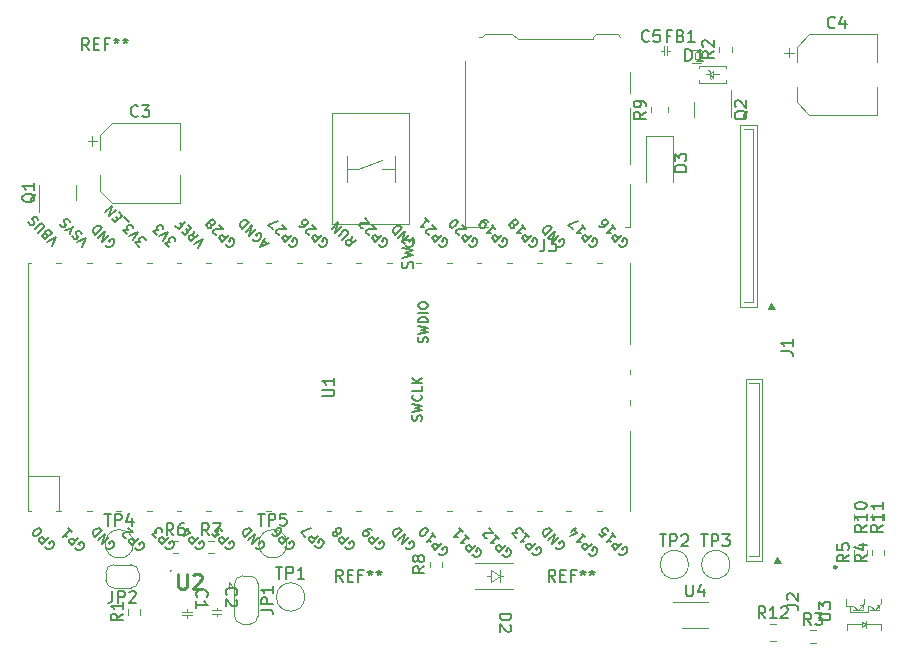
<source format=gbr>
%TF.GenerationSoftware,KiCad,Pcbnew,(6.0.10)*%
%TF.CreationDate,2023-02-15T00:38:02+01:00*%
%TF.ProjectId,Axe_lin_aire,4178655f-6c69-46ee-9961-6972652e6b69,rev?*%
%TF.SameCoordinates,Original*%
%TF.FileFunction,Legend,Top*%
%TF.FilePolarity,Positive*%
%FSLAX46Y46*%
G04 Gerber Fmt 4.6, Leading zero omitted, Abs format (unit mm)*
G04 Created by KiCad (PCBNEW (6.0.10)) date 2023-02-15 00:38:02*
%MOMM*%
%LPD*%
G01*
G04 APERTURE LIST*
%ADD10C,0.150000*%
%ADD11C,0.254000*%
%ADD12C,0.125000*%
%ADD13C,0.120000*%
%ADD14C,0.200000*%
%ADD15C,0.220000*%
G04 APERTURE END LIST*
D10*
%TO.C,C2*%
X117342857Y-105083333D02*
X117295238Y-105035714D01*
X117247619Y-104892857D01*
X117247619Y-104797619D01*
X117295238Y-104654761D01*
X117390476Y-104559523D01*
X117485714Y-104511904D01*
X117676190Y-104464285D01*
X117819047Y-104464285D01*
X118009523Y-104511904D01*
X118104761Y-104559523D01*
X118200000Y-104654761D01*
X118247619Y-104797619D01*
X118247619Y-104892857D01*
X118200000Y-105035714D01*
X118152380Y-105083333D01*
X118152380Y-105464285D02*
X118200000Y-105511904D01*
X118247619Y-105607142D01*
X118247619Y-105845238D01*
X118200000Y-105940476D01*
X118152380Y-105988095D01*
X118057142Y-106035714D01*
X117961904Y-106035714D01*
X117819047Y-105988095D01*
X117247619Y-105416666D01*
X117247619Y-106035714D01*
%TO.C,C1*%
X114842857Y-105233333D02*
X114795238Y-105185714D01*
X114747619Y-105042857D01*
X114747619Y-104947619D01*
X114795238Y-104804761D01*
X114890476Y-104709523D01*
X114985714Y-104661904D01*
X115176190Y-104614285D01*
X115319047Y-104614285D01*
X115509523Y-104661904D01*
X115604761Y-104709523D01*
X115700000Y-104804761D01*
X115747619Y-104947619D01*
X115747619Y-105042857D01*
X115700000Y-105185714D01*
X115652380Y-105233333D01*
X114747619Y-106185714D02*
X114747619Y-105614285D01*
X114747619Y-105900000D02*
X115747619Y-105900000D01*
X115604761Y-105804761D01*
X115509523Y-105709523D01*
X115461904Y-105614285D01*
%TO.C,REF\u002A\u002A*%
X105666666Y-58952380D02*
X105333333Y-58476190D01*
X105095238Y-58952380D02*
X105095238Y-57952380D01*
X105476190Y-57952380D01*
X105571428Y-58000000D01*
X105619047Y-58047619D01*
X105666666Y-58142857D01*
X105666666Y-58285714D01*
X105619047Y-58380952D01*
X105571428Y-58428571D01*
X105476190Y-58476190D01*
X105095238Y-58476190D01*
X106095238Y-58428571D02*
X106428571Y-58428571D01*
X106571428Y-58952380D02*
X106095238Y-58952380D01*
X106095238Y-57952380D01*
X106571428Y-57952380D01*
X107333333Y-58428571D02*
X107000000Y-58428571D01*
X107000000Y-58952380D02*
X107000000Y-57952380D01*
X107476190Y-57952380D01*
X108000000Y-57952380D02*
X108000000Y-58190476D01*
X107761904Y-58095238D02*
X108000000Y-58190476D01*
X108238095Y-58095238D01*
X107857142Y-58380952D02*
X108000000Y-58190476D01*
X108142857Y-58380952D01*
X108761904Y-57952380D02*
X108761904Y-58190476D01*
X108523809Y-58095238D02*
X108761904Y-58190476D01*
X109000000Y-58095238D01*
X108619047Y-58380952D02*
X108761904Y-58190476D01*
X108904761Y-58380952D01*
%TO.C,U4*%
X156238095Y-104202380D02*
X156238095Y-105011904D01*
X156285714Y-105107142D01*
X156333333Y-105154761D01*
X156428571Y-105202380D01*
X156619047Y-105202380D01*
X156714285Y-105154761D01*
X156761904Y-105107142D01*
X156809523Y-105011904D01*
X156809523Y-104202380D01*
X157714285Y-104535714D02*
X157714285Y-105202380D01*
X157476190Y-104154761D02*
X157238095Y-104869047D01*
X157857142Y-104869047D01*
%TO.C,R11*%
X172882380Y-99142857D02*
X172406190Y-99476190D01*
X172882380Y-99714285D02*
X171882380Y-99714285D01*
X171882380Y-99333333D01*
X171930000Y-99238095D01*
X171977619Y-99190476D01*
X172072857Y-99142857D01*
X172215714Y-99142857D01*
X172310952Y-99190476D01*
X172358571Y-99238095D01*
X172406190Y-99333333D01*
X172406190Y-99714285D01*
X172882380Y-98190476D02*
X172882380Y-98761904D01*
X172882380Y-98476190D02*
X171882380Y-98476190D01*
X172025238Y-98571428D01*
X172120476Y-98666666D01*
X172168095Y-98761904D01*
X172882380Y-97238095D02*
X172882380Y-97809523D01*
X172882380Y-97523809D02*
X171882380Y-97523809D01*
X172025238Y-97619047D01*
X172120476Y-97714285D01*
X172168095Y-97809523D01*
%TO.C,JP2*%
X107666666Y-104752380D02*
X107666666Y-105466666D01*
X107619047Y-105609523D01*
X107523809Y-105704761D01*
X107380952Y-105752380D01*
X107285714Y-105752380D01*
X108142857Y-105752380D02*
X108142857Y-104752380D01*
X108523809Y-104752380D01*
X108619047Y-104800000D01*
X108666666Y-104847619D01*
X108714285Y-104942857D01*
X108714285Y-105085714D01*
X108666666Y-105180952D01*
X108619047Y-105228571D01*
X108523809Y-105276190D01*
X108142857Y-105276190D01*
X109095238Y-104847619D02*
X109142857Y-104800000D01*
X109238095Y-104752380D01*
X109476190Y-104752380D01*
X109571428Y-104800000D01*
X109619047Y-104847619D01*
X109666666Y-104942857D01*
X109666666Y-105038095D01*
X109619047Y-105180952D01*
X109047619Y-105752380D01*
X109666666Y-105752380D01*
%TO.C,R6*%
X112833333Y-100022380D02*
X112500000Y-99546190D01*
X112261904Y-100022380D02*
X112261904Y-99022380D01*
X112642857Y-99022380D01*
X112738095Y-99070000D01*
X112785714Y-99117619D01*
X112833333Y-99212857D01*
X112833333Y-99355714D01*
X112785714Y-99450952D01*
X112738095Y-99498571D01*
X112642857Y-99546190D01*
X112261904Y-99546190D01*
X113690476Y-99022380D02*
X113500000Y-99022380D01*
X113404761Y-99070000D01*
X113357142Y-99117619D01*
X113261904Y-99260476D01*
X113214285Y-99450952D01*
X113214285Y-99831904D01*
X113261904Y-99927142D01*
X113309523Y-99974761D01*
X113404761Y-100022380D01*
X113595238Y-100022380D01*
X113690476Y-99974761D01*
X113738095Y-99927142D01*
X113785714Y-99831904D01*
X113785714Y-99593809D01*
X113738095Y-99498571D01*
X113690476Y-99450952D01*
X113595238Y-99403333D01*
X113404761Y-99403333D01*
X113309523Y-99450952D01*
X113261904Y-99498571D01*
X113214285Y-99593809D01*
%TO.C,R2*%
X158585122Y-59054166D02*
X158108932Y-59387500D01*
X158585122Y-59625595D02*
X157585122Y-59625595D01*
X157585122Y-59244642D01*
X157632742Y-59149404D01*
X157680361Y-59101785D01*
X157775599Y-59054166D01*
X157918456Y-59054166D01*
X158013694Y-59101785D01*
X158061313Y-59149404D01*
X158108932Y-59244642D01*
X158108932Y-59625595D01*
X157680361Y-58673214D02*
X157632742Y-58625595D01*
X157585122Y-58530357D01*
X157585122Y-58292261D01*
X157632742Y-58197023D01*
X157680361Y-58149404D01*
X157775599Y-58101785D01*
X157870837Y-58101785D01*
X158013694Y-58149404D01*
X158585122Y-58720833D01*
X158585122Y-58101785D01*
%TO.C,SW1*%
X133104761Y-77433333D02*
X133152380Y-77290476D01*
X133152380Y-77052380D01*
X133104761Y-76957142D01*
X133057142Y-76909523D01*
X132961904Y-76861904D01*
X132866666Y-76861904D01*
X132771428Y-76909523D01*
X132723809Y-76957142D01*
X132676190Y-77052380D01*
X132628571Y-77242857D01*
X132580952Y-77338095D01*
X132533333Y-77385714D01*
X132438095Y-77433333D01*
X132342857Y-77433333D01*
X132247619Y-77385714D01*
X132200000Y-77338095D01*
X132152380Y-77242857D01*
X132152380Y-77004761D01*
X132200000Y-76861904D01*
X132152380Y-76528571D02*
X133152380Y-76290476D01*
X132438095Y-76100000D01*
X133152380Y-75909523D01*
X132152380Y-75671428D01*
X133152380Y-74766666D02*
X133152380Y-75338095D01*
X133152380Y-75052380D02*
X132152380Y-75052380D01*
X132295238Y-75147619D01*
X132390476Y-75242857D01*
X132438095Y-75338095D01*
%TO.C,J2*%
X164752380Y-105933333D02*
X165466666Y-105933333D01*
X165609523Y-105980952D01*
X165704761Y-106076190D01*
X165752380Y-106219047D01*
X165752380Y-106314285D01*
X164847619Y-105504761D02*
X164800000Y-105457142D01*
X164752380Y-105361904D01*
X164752380Y-105123809D01*
X164800000Y-105028571D01*
X164847619Y-104980952D01*
X164942857Y-104933333D01*
X165038095Y-104933333D01*
X165180952Y-104980952D01*
X165752380Y-105552380D01*
X165752380Y-104933333D01*
D11*
%TO.C,U2*%
X113242380Y-103298523D02*
X113242380Y-104326619D01*
X113302857Y-104447571D01*
X113363333Y-104508047D01*
X113484285Y-104568523D01*
X113726190Y-104568523D01*
X113847142Y-104508047D01*
X113907619Y-104447571D01*
X113968095Y-104326619D01*
X113968095Y-103298523D01*
X114512380Y-103419476D02*
X114572857Y-103359000D01*
X114693809Y-103298523D01*
X114996190Y-103298523D01*
X115117142Y-103359000D01*
X115177619Y-103419476D01*
X115238095Y-103540428D01*
X115238095Y-103661380D01*
X115177619Y-103842809D01*
X114451904Y-104568523D01*
X115238095Y-104568523D01*
D10*
%TO.C,R12*%
X162944642Y-107052380D02*
X162611309Y-106576190D01*
X162373214Y-107052380D02*
X162373214Y-106052380D01*
X162754166Y-106052380D01*
X162849404Y-106100000D01*
X162897023Y-106147619D01*
X162944642Y-106242857D01*
X162944642Y-106385714D01*
X162897023Y-106480952D01*
X162849404Y-106528571D01*
X162754166Y-106576190D01*
X162373214Y-106576190D01*
X163897023Y-107052380D02*
X163325595Y-107052380D01*
X163611309Y-107052380D02*
X163611309Y-106052380D01*
X163516071Y-106195238D01*
X163420833Y-106290476D01*
X163325595Y-106338095D01*
X164277976Y-106147619D02*
X164325595Y-106100000D01*
X164420833Y-106052380D01*
X164658928Y-106052380D01*
X164754166Y-106100000D01*
X164801785Y-106147619D01*
X164849404Y-106242857D01*
X164849404Y-106338095D01*
X164801785Y-106480952D01*
X164230357Y-107052380D01*
X164849404Y-107052380D01*
%TO.C,U1*%
X125452380Y-88261904D02*
X126261904Y-88261904D01*
X126357142Y-88214285D01*
X126404761Y-88166666D01*
X126452380Y-88071428D01*
X126452380Y-87880952D01*
X126404761Y-87785714D01*
X126357142Y-87738095D01*
X126261904Y-87690476D01*
X125452380Y-87690476D01*
X126452380Y-86690476D02*
X126452380Y-87261904D01*
X126452380Y-86976190D02*
X125452380Y-86976190D01*
X125595238Y-87071428D01*
X125690476Y-87166666D01*
X125738095Y-87261904D01*
X140360592Y-75402277D02*
X140387529Y-75483089D01*
X140468341Y-75563902D01*
X140576091Y-75617776D01*
X140683841Y-75617776D01*
X140764653Y-75590839D01*
X140899340Y-75510027D01*
X140980152Y-75429215D01*
X141060964Y-75294528D01*
X141087902Y-75213715D01*
X141087902Y-75105966D01*
X141034027Y-74998216D01*
X140980152Y-74944341D01*
X140872402Y-74890467D01*
X140818528Y-74890467D01*
X140629966Y-75079028D01*
X140737715Y-75186778D01*
X140629966Y-74594155D02*
X140064280Y-75159841D01*
X139848781Y-74944341D01*
X139821844Y-74863529D01*
X139821844Y-74809654D01*
X139848781Y-74728842D01*
X139929593Y-74648030D01*
X140010406Y-74621093D01*
X140064280Y-74621093D01*
X140145093Y-74648030D01*
X140360592Y-74863529D01*
X139767969Y-73732158D02*
X140091218Y-74055407D01*
X139929593Y-73893783D02*
X139363908Y-74459468D01*
X139498595Y-74432531D01*
X139606345Y-74432531D01*
X139687157Y-74459468D01*
X139498595Y-73462784D02*
X139390845Y-73355035D01*
X139310033Y-73328097D01*
X139256158Y-73328097D01*
X139121471Y-73355035D01*
X138986784Y-73435847D01*
X138771285Y-73651346D01*
X138744348Y-73732158D01*
X138744348Y-73786033D01*
X138771285Y-73866845D01*
X138879035Y-73974595D01*
X138959847Y-74001532D01*
X139013722Y-74001532D01*
X139094534Y-73974595D01*
X139229221Y-73839908D01*
X139256158Y-73759096D01*
X139256158Y-73705221D01*
X139229221Y-73624409D01*
X139121471Y-73516659D01*
X139040659Y-73489722D01*
X138986784Y-73489722D01*
X138905972Y-73516659D01*
X135280592Y-101510277D02*
X135307529Y-101591089D01*
X135388341Y-101671902D01*
X135496091Y-101725776D01*
X135603841Y-101725776D01*
X135684653Y-101698839D01*
X135819340Y-101618027D01*
X135900152Y-101537215D01*
X135980964Y-101402528D01*
X136007902Y-101321715D01*
X136007902Y-101213966D01*
X135954027Y-101106216D01*
X135900152Y-101052341D01*
X135792402Y-100998467D01*
X135738528Y-100998467D01*
X135549966Y-101187028D01*
X135657715Y-101294778D01*
X135549966Y-100702155D02*
X134984280Y-101267841D01*
X134768781Y-101052341D01*
X134741844Y-100971529D01*
X134741844Y-100917654D01*
X134768781Y-100836842D01*
X134849593Y-100756030D01*
X134930406Y-100729093D01*
X134984280Y-100729093D01*
X135065093Y-100756030D01*
X135280592Y-100971529D01*
X134687969Y-99840158D02*
X135011218Y-100163407D01*
X134849593Y-100001783D02*
X134283908Y-100567468D01*
X134418595Y-100540531D01*
X134526345Y-100540531D01*
X134607157Y-100567468D01*
X133772097Y-100055658D02*
X133718223Y-100001783D01*
X133691285Y-99920971D01*
X133691285Y-99867096D01*
X133718223Y-99786284D01*
X133799035Y-99651597D01*
X133933722Y-99516910D01*
X134068409Y-99436097D01*
X134149221Y-99409160D01*
X134203096Y-99409160D01*
X134283908Y-99436097D01*
X134337783Y-99489972D01*
X134364720Y-99570784D01*
X134364720Y-99624659D01*
X134337783Y-99705471D01*
X134256971Y-99840158D01*
X134122284Y-99974845D01*
X133987597Y-100055658D01*
X133906784Y-100082595D01*
X133852910Y-100082595D01*
X133772097Y-100055658D01*
X140683092Y-101656277D02*
X140710029Y-101737089D01*
X140790841Y-101817902D01*
X140898591Y-101871776D01*
X141006341Y-101871776D01*
X141087153Y-101844839D01*
X141221840Y-101764027D01*
X141302652Y-101683215D01*
X141383464Y-101548528D01*
X141410402Y-101467715D01*
X141410402Y-101359966D01*
X141356527Y-101252216D01*
X141302652Y-101198341D01*
X141194902Y-101144467D01*
X141141028Y-101144467D01*
X140952466Y-101333028D01*
X141060215Y-101440778D01*
X140952466Y-100848155D02*
X140386780Y-101413841D01*
X140171281Y-101198341D01*
X140144344Y-101117529D01*
X140144344Y-101063654D01*
X140171281Y-100982842D01*
X140252093Y-100902030D01*
X140332906Y-100875093D01*
X140386780Y-100875093D01*
X140467593Y-100902030D01*
X140683092Y-101117529D01*
X140090469Y-99986158D02*
X140413718Y-100309407D01*
X140252093Y-100147783D02*
X139686408Y-100713468D01*
X139821095Y-100686531D01*
X139928845Y-100686531D01*
X140009657Y-100713468D01*
X139363159Y-100282470D02*
X139309284Y-100282470D01*
X139228472Y-100255532D01*
X139093785Y-100120845D01*
X139066848Y-100040033D01*
X139066848Y-99986158D01*
X139093785Y-99905346D01*
X139147660Y-99851471D01*
X139255410Y-99797597D01*
X139901907Y-99797597D01*
X139551721Y-99447410D01*
X122311218Y-100986903D02*
X122338155Y-101067715D01*
X122418967Y-101148528D01*
X122526717Y-101202402D01*
X122634467Y-101202402D01*
X122715279Y-101175465D01*
X122849966Y-101094653D01*
X122930778Y-101013841D01*
X123011590Y-100879154D01*
X123038528Y-100798341D01*
X123038528Y-100690592D01*
X122984653Y-100582842D01*
X122930778Y-100528967D01*
X122823028Y-100475093D01*
X122769154Y-100475093D01*
X122580592Y-100663654D01*
X122688341Y-100771404D01*
X122580592Y-100178781D02*
X122014906Y-100744467D01*
X121799407Y-100528967D01*
X121772470Y-100448155D01*
X121772470Y-100394280D01*
X121799407Y-100313468D01*
X121880219Y-100232656D01*
X121961032Y-100205719D01*
X122014906Y-100205719D01*
X122095719Y-100232656D01*
X122311218Y-100448155D01*
X121206784Y-99936345D02*
X121314534Y-100044094D01*
X121395346Y-100071032D01*
X121449221Y-100071032D01*
X121583908Y-100044094D01*
X121718595Y-99963282D01*
X121934094Y-99747783D01*
X121961032Y-99666971D01*
X121961032Y-99613096D01*
X121934094Y-99532284D01*
X121826345Y-99424534D01*
X121745532Y-99397597D01*
X121691658Y-99397597D01*
X121610845Y-99424534D01*
X121476158Y-99559221D01*
X121449221Y-99640033D01*
X121449221Y-99693908D01*
X121476158Y-99774720D01*
X121583908Y-99882470D01*
X121664720Y-99909407D01*
X121718595Y-99909407D01*
X121799407Y-99882470D01*
X135290592Y-75402277D02*
X135317529Y-75483089D01*
X135398341Y-75563902D01*
X135506091Y-75617776D01*
X135613841Y-75617776D01*
X135694653Y-75590839D01*
X135829340Y-75510027D01*
X135910152Y-75429215D01*
X135990964Y-75294528D01*
X136017902Y-75213715D01*
X136017902Y-75105966D01*
X135964027Y-74998216D01*
X135910152Y-74944341D01*
X135802402Y-74890467D01*
X135748528Y-74890467D01*
X135559966Y-75079028D01*
X135667715Y-75186778D01*
X135559966Y-74594155D02*
X134994280Y-75159841D01*
X134778781Y-74944341D01*
X134751844Y-74863529D01*
X134751844Y-74809654D01*
X134778781Y-74728842D01*
X134859593Y-74648030D01*
X134940406Y-74621093D01*
X134994280Y-74621093D01*
X135075093Y-74648030D01*
X135290592Y-74863529D01*
X134509407Y-74567218D02*
X134455532Y-74567218D01*
X134374720Y-74540280D01*
X134240033Y-74405593D01*
X134213096Y-74324781D01*
X134213096Y-74270906D01*
X134240033Y-74190094D01*
X134293908Y-74136219D01*
X134401658Y-74082345D01*
X135048155Y-74082345D01*
X134697969Y-73732158D01*
X134159221Y-73193410D02*
X134482470Y-73516659D01*
X134320845Y-73355035D02*
X133755160Y-73920720D01*
X133889847Y-73893783D01*
X133997597Y-73893783D01*
X134078409Y-73920720D01*
X125120592Y-75402277D02*
X125147529Y-75483089D01*
X125228341Y-75563902D01*
X125336091Y-75617776D01*
X125443841Y-75617776D01*
X125524653Y-75590839D01*
X125659340Y-75510027D01*
X125740152Y-75429215D01*
X125820964Y-75294528D01*
X125847902Y-75213715D01*
X125847902Y-75105966D01*
X125794027Y-74998216D01*
X125740152Y-74944341D01*
X125632402Y-74890467D01*
X125578528Y-74890467D01*
X125389966Y-75079028D01*
X125497715Y-75186778D01*
X125389966Y-74594155D02*
X124824280Y-75159841D01*
X124608781Y-74944341D01*
X124581844Y-74863529D01*
X124581844Y-74809654D01*
X124608781Y-74728842D01*
X124689593Y-74648030D01*
X124770406Y-74621093D01*
X124824280Y-74621093D01*
X124905093Y-74648030D01*
X125120592Y-74863529D01*
X124339407Y-74567218D02*
X124285532Y-74567218D01*
X124204720Y-74540280D01*
X124070033Y-74405593D01*
X124043096Y-74324781D01*
X124043096Y-74270906D01*
X124070033Y-74190094D01*
X124123908Y-74136219D01*
X124231658Y-74082345D01*
X124878155Y-74082345D01*
X124527969Y-73732158D01*
X123477410Y-73812971D02*
X123585160Y-73920720D01*
X123665972Y-73947658D01*
X123719847Y-73947658D01*
X123854534Y-73920720D01*
X123989221Y-73839908D01*
X124204720Y-73624409D01*
X124231658Y-73543597D01*
X124231658Y-73489722D01*
X124204720Y-73408910D01*
X124096971Y-73301160D01*
X124016158Y-73274223D01*
X123962284Y-73274223D01*
X123881471Y-73301160D01*
X123746784Y-73435847D01*
X123719847Y-73516659D01*
X123719847Y-73570534D01*
X123746784Y-73651346D01*
X123854534Y-73759096D01*
X123935346Y-73786033D01*
X123989221Y-73786033D01*
X124070033Y-73759096D01*
X127391218Y-100986903D02*
X127418155Y-101067715D01*
X127498967Y-101148528D01*
X127606717Y-101202402D01*
X127714467Y-101202402D01*
X127795279Y-101175465D01*
X127929966Y-101094653D01*
X128010778Y-101013841D01*
X128091590Y-100879154D01*
X128118528Y-100798341D01*
X128118528Y-100690592D01*
X128064653Y-100582842D01*
X128010778Y-100528967D01*
X127903028Y-100475093D01*
X127849154Y-100475093D01*
X127660592Y-100663654D01*
X127768341Y-100771404D01*
X127660592Y-100178781D02*
X127094906Y-100744467D01*
X126879407Y-100528967D01*
X126852470Y-100448155D01*
X126852470Y-100394280D01*
X126879407Y-100313468D01*
X126960219Y-100232656D01*
X127041032Y-100205719D01*
X127094906Y-100205719D01*
X127175719Y-100232656D01*
X127391218Y-100448155D01*
X126690845Y-99855532D02*
X126717783Y-99936345D01*
X126717783Y-99990219D01*
X126690845Y-100071032D01*
X126663908Y-100097969D01*
X126583096Y-100124906D01*
X126529221Y-100124906D01*
X126448409Y-100097969D01*
X126340659Y-99990219D01*
X126313722Y-99909407D01*
X126313722Y-99855532D01*
X126340659Y-99774720D01*
X126367597Y-99747783D01*
X126448409Y-99720845D01*
X126502284Y-99720845D01*
X126583096Y-99747783D01*
X126690845Y-99855532D01*
X126771658Y-99882470D01*
X126825532Y-99882470D01*
X126906345Y-99855532D01*
X127014094Y-99747783D01*
X127041032Y-99666971D01*
X127041032Y-99613096D01*
X127014094Y-99532284D01*
X126906345Y-99424534D01*
X126825532Y-99397597D01*
X126771658Y-99397597D01*
X126690845Y-99424534D01*
X126583096Y-99532284D01*
X126556158Y-99613096D01*
X126556158Y-99666971D01*
X126583096Y-99747783D01*
X147980592Y-101556277D02*
X148007529Y-101637089D01*
X148088341Y-101717902D01*
X148196091Y-101771776D01*
X148303841Y-101771776D01*
X148384653Y-101744839D01*
X148519340Y-101664027D01*
X148600152Y-101583215D01*
X148680964Y-101448528D01*
X148707902Y-101367715D01*
X148707902Y-101259966D01*
X148654027Y-101152216D01*
X148600152Y-101098341D01*
X148492402Y-101044467D01*
X148438528Y-101044467D01*
X148249966Y-101233028D01*
X148357715Y-101340778D01*
X148249966Y-100748155D02*
X147684280Y-101313841D01*
X147468781Y-101098341D01*
X147441844Y-101017529D01*
X147441844Y-100963654D01*
X147468781Y-100882842D01*
X147549593Y-100802030D01*
X147630406Y-100775093D01*
X147684280Y-100775093D01*
X147765093Y-100802030D01*
X147980592Y-101017529D01*
X147387969Y-99886158D02*
X147711218Y-100209407D01*
X147549593Y-100047783D02*
X146983908Y-100613468D01*
X147118595Y-100586531D01*
X147226345Y-100586531D01*
X147307157Y-100613468D01*
X146525972Y-99778409D02*
X146903096Y-99401285D01*
X146445160Y-100128595D02*
X146983908Y-99859221D01*
X146633722Y-99509035D01*
X134323809Y-83695238D02*
X134361904Y-83580952D01*
X134361904Y-83390476D01*
X134323809Y-83314285D01*
X134285714Y-83276190D01*
X134209523Y-83238095D01*
X134133333Y-83238095D01*
X134057142Y-83276190D01*
X134019047Y-83314285D01*
X133980952Y-83390476D01*
X133942857Y-83542857D01*
X133904761Y-83619047D01*
X133866666Y-83657142D01*
X133790476Y-83695238D01*
X133714285Y-83695238D01*
X133638095Y-83657142D01*
X133600000Y-83619047D01*
X133561904Y-83542857D01*
X133561904Y-83352380D01*
X133600000Y-83238095D01*
X133561904Y-82971428D02*
X134361904Y-82780952D01*
X133790476Y-82628571D01*
X134361904Y-82476190D01*
X133561904Y-82285714D01*
X134361904Y-81980952D02*
X133561904Y-81980952D01*
X133561904Y-81790476D01*
X133600000Y-81676190D01*
X133676190Y-81600000D01*
X133752380Y-81561904D01*
X133904761Y-81523809D01*
X134019047Y-81523809D01*
X134171428Y-81561904D01*
X134247619Y-81600000D01*
X134323809Y-81676190D01*
X134361904Y-81790476D01*
X134361904Y-81980952D01*
X134361904Y-81180952D02*
X133561904Y-81180952D01*
X133561904Y-80647619D02*
X133561904Y-80495238D01*
X133600000Y-80419047D01*
X133676190Y-80342857D01*
X133828571Y-80304761D01*
X134095238Y-80304761D01*
X134247619Y-80342857D01*
X134323809Y-80419047D01*
X134361904Y-80495238D01*
X134361904Y-80647619D01*
X134323809Y-80723809D01*
X134247619Y-80800000D01*
X134095238Y-80838095D01*
X133828571Y-80838095D01*
X133676190Y-80800000D01*
X133600000Y-80723809D01*
X133561904Y-80647619D01*
X137820592Y-75402277D02*
X137847529Y-75483089D01*
X137928341Y-75563902D01*
X138036091Y-75617776D01*
X138143841Y-75617776D01*
X138224653Y-75590839D01*
X138359340Y-75510027D01*
X138440152Y-75429215D01*
X138520964Y-75294528D01*
X138547902Y-75213715D01*
X138547902Y-75105966D01*
X138494027Y-74998216D01*
X138440152Y-74944341D01*
X138332402Y-74890467D01*
X138278528Y-74890467D01*
X138089966Y-75079028D01*
X138197715Y-75186778D01*
X138089966Y-74594155D02*
X137524280Y-75159841D01*
X137308781Y-74944341D01*
X137281844Y-74863529D01*
X137281844Y-74809654D01*
X137308781Y-74728842D01*
X137389593Y-74648030D01*
X137470406Y-74621093D01*
X137524280Y-74621093D01*
X137605093Y-74648030D01*
X137820592Y-74863529D01*
X137039407Y-74567218D02*
X136985532Y-74567218D01*
X136904720Y-74540280D01*
X136770033Y-74405593D01*
X136743096Y-74324781D01*
X136743096Y-74270906D01*
X136770033Y-74190094D01*
X136823908Y-74136219D01*
X136931658Y-74082345D01*
X137578155Y-74082345D01*
X137227969Y-73732158D01*
X136312097Y-73947658D02*
X136258223Y-73893783D01*
X136231285Y-73812971D01*
X136231285Y-73759096D01*
X136258223Y-73678284D01*
X136339035Y-73543597D01*
X136473722Y-73408910D01*
X136608409Y-73328097D01*
X136689221Y-73301160D01*
X136743096Y-73301160D01*
X136823908Y-73328097D01*
X136877783Y-73381972D01*
X136904720Y-73462784D01*
X136904720Y-73516659D01*
X136877783Y-73597471D01*
X136796971Y-73732158D01*
X136662284Y-73866845D01*
X136527597Y-73947658D01*
X136446784Y-73974595D01*
X136392910Y-73974595D01*
X136312097Y-73947658D01*
X132498155Y-101013841D02*
X132525093Y-101094653D01*
X132605905Y-101175465D01*
X132713654Y-101229340D01*
X132821404Y-101229340D01*
X132902216Y-101202402D01*
X133036903Y-101121590D01*
X133117715Y-101040778D01*
X133198528Y-100906091D01*
X133225465Y-100825279D01*
X133225465Y-100717529D01*
X133171590Y-100609780D01*
X133117715Y-100555905D01*
X133009966Y-100502030D01*
X132956091Y-100502030D01*
X132767529Y-100690592D01*
X132875279Y-100798341D01*
X132767529Y-100205719D02*
X132201844Y-100771404D01*
X132444280Y-99882470D01*
X131878595Y-100448155D01*
X132174906Y-99613096D02*
X131609221Y-100178781D01*
X131474534Y-100044094D01*
X131420659Y-99936345D01*
X131420659Y-99828595D01*
X131447597Y-99747783D01*
X131528409Y-99613096D01*
X131609221Y-99532284D01*
X131743908Y-99451471D01*
X131824720Y-99424534D01*
X131932470Y-99424534D01*
X132040219Y-99478409D01*
X132174906Y-99613096D01*
X117231218Y-100986903D02*
X117258155Y-101067715D01*
X117338967Y-101148528D01*
X117446717Y-101202402D01*
X117554467Y-101202402D01*
X117635279Y-101175465D01*
X117769966Y-101094653D01*
X117850778Y-101013841D01*
X117931590Y-100879154D01*
X117958528Y-100798341D01*
X117958528Y-100690592D01*
X117904653Y-100582842D01*
X117850778Y-100528967D01*
X117743028Y-100475093D01*
X117689154Y-100475093D01*
X117500592Y-100663654D01*
X117608341Y-100771404D01*
X117500592Y-100178781D02*
X116934906Y-100744467D01*
X116719407Y-100528967D01*
X116692470Y-100448155D01*
X116692470Y-100394280D01*
X116719407Y-100313468D01*
X116800219Y-100232656D01*
X116881032Y-100205719D01*
X116934906Y-100205719D01*
X117015719Y-100232656D01*
X117231218Y-100448155D01*
X116099847Y-99909407D02*
X116369221Y-100178781D01*
X116665532Y-99936345D01*
X116611658Y-99936345D01*
X116530845Y-99909407D01*
X116396158Y-99774720D01*
X116369221Y-99693908D01*
X116369221Y-99640033D01*
X116396158Y-99559221D01*
X116530845Y-99424534D01*
X116611658Y-99397597D01*
X116665532Y-99397597D01*
X116746345Y-99424534D01*
X116881032Y-99559221D01*
X116907969Y-99640033D01*
X116907969Y-99693908D01*
X132498155Y-75413841D02*
X132525093Y-75494653D01*
X132605905Y-75575465D01*
X132713654Y-75629340D01*
X132821404Y-75629340D01*
X132902216Y-75602402D01*
X133036903Y-75521590D01*
X133117715Y-75440778D01*
X133198528Y-75306091D01*
X133225465Y-75225279D01*
X133225465Y-75117529D01*
X133171590Y-75009780D01*
X133117715Y-74955905D01*
X133009966Y-74902030D01*
X132956091Y-74902030D01*
X132767529Y-75090592D01*
X132875279Y-75198341D01*
X132767529Y-74605719D02*
X132201844Y-75171404D01*
X132444280Y-74282470D01*
X131878595Y-74848155D01*
X132174906Y-74013096D02*
X131609221Y-74578781D01*
X131474534Y-74444094D01*
X131420659Y-74336345D01*
X131420659Y-74228595D01*
X131447597Y-74147783D01*
X131528409Y-74013096D01*
X131609221Y-73932284D01*
X131743908Y-73851471D01*
X131824720Y-73824534D01*
X131932470Y-73824534D01*
X132040219Y-73878409D01*
X132174906Y-74013096D01*
X130200592Y-75402277D02*
X130227529Y-75483089D01*
X130308341Y-75563902D01*
X130416091Y-75617776D01*
X130523841Y-75617776D01*
X130604653Y-75590839D01*
X130739340Y-75510027D01*
X130820152Y-75429215D01*
X130900964Y-75294528D01*
X130927902Y-75213715D01*
X130927902Y-75105966D01*
X130874027Y-74998216D01*
X130820152Y-74944341D01*
X130712402Y-74890467D01*
X130658528Y-74890467D01*
X130469966Y-75079028D01*
X130577715Y-75186778D01*
X130469966Y-74594155D02*
X129904280Y-75159841D01*
X129688781Y-74944341D01*
X129661844Y-74863529D01*
X129661844Y-74809654D01*
X129688781Y-74728842D01*
X129769593Y-74648030D01*
X129850406Y-74621093D01*
X129904280Y-74621093D01*
X129985093Y-74648030D01*
X130200592Y-74863529D01*
X129419407Y-74567218D02*
X129365532Y-74567218D01*
X129284720Y-74540280D01*
X129150033Y-74405593D01*
X129123096Y-74324781D01*
X129123096Y-74270906D01*
X129150033Y-74190094D01*
X129203908Y-74136219D01*
X129311658Y-74082345D01*
X129958155Y-74082345D01*
X129607969Y-73732158D01*
X128880659Y-74028470D02*
X128826784Y-74028470D01*
X128745972Y-74001532D01*
X128611285Y-73866845D01*
X128584348Y-73786033D01*
X128584348Y-73732158D01*
X128611285Y-73651346D01*
X128665160Y-73597471D01*
X128772910Y-73543597D01*
X129419407Y-73543597D01*
X129069221Y-73193410D01*
X107098155Y-101013841D02*
X107125093Y-101094653D01*
X107205905Y-101175465D01*
X107313654Y-101229340D01*
X107421404Y-101229340D01*
X107502216Y-101202402D01*
X107636903Y-101121590D01*
X107717715Y-101040778D01*
X107798528Y-100906091D01*
X107825465Y-100825279D01*
X107825465Y-100717529D01*
X107771590Y-100609780D01*
X107717715Y-100555905D01*
X107609966Y-100502030D01*
X107556091Y-100502030D01*
X107367529Y-100690592D01*
X107475279Y-100798341D01*
X107367529Y-100205719D02*
X106801844Y-100771404D01*
X107044280Y-99882470D01*
X106478595Y-100448155D01*
X106774906Y-99613096D02*
X106209221Y-100178781D01*
X106074534Y-100044094D01*
X106020659Y-99936345D01*
X106020659Y-99828595D01*
X106047597Y-99747783D01*
X106128409Y-99613096D01*
X106209221Y-99532284D01*
X106343908Y-99451471D01*
X106424720Y-99424534D01*
X106532470Y-99424534D01*
X106640219Y-99478409D01*
X106774906Y-99613096D01*
X150520592Y-75402277D02*
X150547529Y-75483089D01*
X150628341Y-75563902D01*
X150736091Y-75617776D01*
X150843841Y-75617776D01*
X150924653Y-75590839D01*
X151059340Y-75510027D01*
X151140152Y-75429215D01*
X151220964Y-75294528D01*
X151247902Y-75213715D01*
X151247902Y-75105966D01*
X151194027Y-74998216D01*
X151140152Y-74944341D01*
X151032402Y-74890467D01*
X150978528Y-74890467D01*
X150789966Y-75079028D01*
X150897715Y-75186778D01*
X150789966Y-74594155D02*
X150224280Y-75159841D01*
X150008781Y-74944341D01*
X149981844Y-74863529D01*
X149981844Y-74809654D01*
X150008781Y-74728842D01*
X150089593Y-74648030D01*
X150170406Y-74621093D01*
X150224280Y-74621093D01*
X150305093Y-74648030D01*
X150520592Y-74863529D01*
X149927969Y-73732158D02*
X150251218Y-74055407D01*
X150089593Y-73893783D02*
X149523908Y-74459468D01*
X149658595Y-74432531D01*
X149766345Y-74432531D01*
X149847157Y-74459468D01*
X148877410Y-73812971D02*
X148985160Y-73920720D01*
X149065972Y-73947658D01*
X149119847Y-73947658D01*
X149254534Y-73920720D01*
X149389221Y-73839908D01*
X149604720Y-73624409D01*
X149631658Y-73543597D01*
X149631658Y-73489722D01*
X149604720Y-73408910D01*
X149496971Y-73301160D01*
X149416158Y-73274223D01*
X149362284Y-73274223D01*
X149281471Y-73301160D01*
X149146784Y-73435847D01*
X149119847Y-73516659D01*
X149119847Y-73570534D01*
X149146784Y-73651346D01*
X149254534Y-73759096D01*
X149335346Y-73786033D01*
X149389221Y-73786033D01*
X149470033Y-73759096D01*
X112490592Y-75610152D02*
X112140406Y-75259966D01*
X112544467Y-75233028D01*
X112463654Y-75152216D01*
X112436717Y-75071404D01*
X112436717Y-75017529D01*
X112463654Y-74936717D01*
X112598341Y-74802030D01*
X112679154Y-74775093D01*
X112733028Y-74775093D01*
X112813841Y-74802030D01*
X112975465Y-74963654D01*
X113002402Y-75044467D01*
X113002402Y-75098341D01*
X111978781Y-75098341D02*
X112355905Y-74344094D01*
X111601658Y-74721218D01*
X111466971Y-74586531D02*
X111116784Y-74236345D01*
X111520845Y-74209407D01*
X111440033Y-74128595D01*
X111413096Y-74047783D01*
X111413096Y-73993908D01*
X111440033Y-73913096D01*
X111574720Y-73778409D01*
X111655532Y-73751471D01*
X111709407Y-73751471D01*
X111790219Y-73778409D01*
X111951844Y-73940033D01*
X111978781Y-74020845D01*
X111978781Y-74074720D01*
X133823809Y-90309523D02*
X133861904Y-90195238D01*
X133861904Y-90004761D01*
X133823809Y-89928571D01*
X133785714Y-89890476D01*
X133709523Y-89852380D01*
X133633333Y-89852380D01*
X133557142Y-89890476D01*
X133519047Y-89928571D01*
X133480952Y-90004761D01*
X133442857Y-90157142D01*
X133404761Y-90233333D01*
X133366666Y-90271428D01*
X133290476Y-90309523D01*
X133214285Y-90309523D01*
X133138095Y-90271428D01*
X133100000Y-90233333D01*
X133061904Y-90157142D01*
X133061904Y-89966666D01*
X133100000Y-89852380D01*
X133061904Y-89585714D02*
X133861904Y-89395238D01*
X133290476Y-89242857D01*
X133861904Y-89090476D01*
X133061904Y-88900000D01*
X133785714Y-88138095D02*
X133823809Y-88176190D01*
X133861904Y-88290476D01*
X133861904Y-88366666D01*
X133823809Y-88480952D01*
X133747619Y-88557142D01*
X133671428Y-88595238D01*
X133519047Y-88633333D01*
X133404761Y-88633333D01*
X133252380Y-88595238D01*
X133176190Y-88557142D01*
X133100000Y-88480952D01*
X133061904Y-88366666D01*
X133061904Y-88290476D01*
X133100000Y-88176190D01*
X133138095Y-88138095D01*
X133861904Y-87414285D02*
X133861904Y-87795238D01*
X133061904Y-87795238D01*
X133861904Y-87147619D02*
X133061904Y-87147619D01*
X133861904Y-86690476D02*
X133404761Y-87033333D01*
X133061904Y-86690476D02*
X133519047Y-87147619D01*
X143223092Y-101510277D02*
X143250029Y-101591089D01*
X143330841Y-101671902D01*
X143438591Y-101725776D01*
X143546341Y-101725776D01*
X143627153Y-101698839D01*
X143761840Y-101618027D01*
X143842652Y-101537215D01*
X143923464Y-101402528D01*
X143950402Y-101321715D01*
X143950402Y-101213966D01*
X143896527Y-101106216D01*
X143842652Y-101052341D01*
X143734902Y-100998467D01*
X143681028Y-100998467D01*
X143492466Y-101187028D01*
X143600215Y-101294778D01*
X143492466Y-100702155D02*
X142926780Y-101267841D01*
X142711281Y-101052341D01*
X142684344Y-100971529D01*
X142684344Y-100917654D01*
X142711281Y-100836842D01*
X142792093Y-100756030D01*
X142872906Y-100729093D01*
X142926780Y-100729093D01*
X143007593Y-100756030D01*
X143223092Y-100971529D01*
X142630469Y-99840158D02*
X142953718Y-100163407D01*
X142792093Y-100001783D02*
X142226408Y-100567468D01*
X142361095Y-100540531D01*
X142468845Y-100540531D01*
X142549657Y-100567468D01*
X141876222Y-100217282D02*
X141526036Y-99867096D01*
X141930097Y-99840158D01*
X141849284Y-99759346D01*
X141822347Y-99678534D01*
X141822347Y-99624659D01*
X141849284Y-99543847D01*
X141983971Y-99409160D01*
X142064784Y-99382223D01*
X142118658Y-99382223D01*
X142199471Y-99409160D01*
X142361095Y-99570784D01*
X142388032Y-99651597D01*
X142388032Y-99705471D01*
X114917466Y-75712026D02*
X115294589Y-74957779D01*
X114540342Y-75334902D01*
X114594217Y-74257406D02*
X114513405Y-74715342D01*
X114917466Y-74580655D02*
X114351780Y-75146341D01*
X114136281Y-74930841D01*
X114109344Y-74850029D01*
X114109344Y-74796154D01*
X114136281Y-74715342D01*
X114217093Y-74634530D01*
X114297906Y-74607593D01*
X114351780Y-74607593D01*
X114432593Y-74634530D01*
X114648092Y-74850029D01*
X114055469Y-74311281D02*
X113866907Y-74122719D01*
X114082406Y-73745596D02*
X114351780Y-74014970D01*
X113786095Y-74580655D01*
X113516721Y-74311281D01*
X113355097Y-73610909D02*
X113543658Y-73799471D01*
X113839970Y-73503159D02*
X113274284Y-74068845D01*
X113004910Y-73799471D01*
X142900592Y-75402277D02*
X142927529Y-75483089D01*
X143008341Y-75563902D01*
X143116091Y-75617776D01*
X143223841Y-75617776D01*
X143304653Y-75590839D01*
X143439340Y-75510027D01*
X143520152Y-75429215D01*
X143600964Y-75294528D01*
X143627902Y-75213715D01*
X143627902Y-75105966D01*
X143574027Y-74998216D01*
X143520152Y-74944341D01*
X143412402Y-74890467D01*
X143358528Y-74890467D01*
X143169966Y-75079028D01*
X143277715Y-75186778D01*
X143169966Y-74594155D02*
X142604280Y-75159841D01*
X142388781Y-74944341D01*
X142361844Y-74863529D01*
X142361844Y-74809654D01*
X142388781Y-74728842D01*
X142469593Y-74648030D01*
X142550406Y-74621093D01*
X142604280Y-74621093D01*
X142685093Y-74648030D01*
X142900592Y-74863529D01*
X142307969Y-73732158D02*
X142631218Y-74055407D01*
X142469593Y-73893783D02*
X141903908Y-74459468D01*
X142038595Y-74432531D01*
X142146345Y-74432531D01*
X142227157Y-74459468D01*
X141661471Y-73732158D02*
X141688409Y-73812971D01*
X141688409Y-73866845D01*
X141661471Y-73947658D01*
X141634534Y-73974595D01*
X141553722Y-74001532D01*
X141499847Y-74001532D01*
X141419035Y-73974595D01*
X141311285Y-73866845D01*
X141284348Y-73786033D01*
X141284348Y-73732158D01*
X141311285Y-73651346D01*
X141338223Y-73624409D01*
X141419035Y-73597471D01*
X141472910Y-73597471D01*
X141553722Y-73624409D01*
X141661471Y-73732158D01*
X141742284Y-73759096D01*
X141796158Y-73759096D01*
X141876971Y-73732158D01*
X141984720Y-73624409D01*
X142011658Y-73543597D01*
X142011658Y-73489722D01*
X141984720Y-73408910D01*
X141876971Y-73301160D01*
X141796158Y-73274223D01*
X141742284Y-73274223D01*
X141661471Y-73301160D01*
X141553722Y-73408910D01*
X141526784Y-73489722D01*
X141526784Y-73543597D01*
X141553722Y-73624409D01*
X147980592Y-75402277D02*
X148007529Y-75483089D01*
X148088341Y-75563902D01*
X148196091Y-75617776D01*
X148303841Y-75617776D01*
X148384653Y-75590839D01*
X148519340Y-75510027D01*
X148600152Y-75429215D01*
X148680964Y-75294528D01*
X148707902Y-75213715D01*
X148707902Y-75105966D01*
X148654027Y-74998216D01*
X148600152Y-74944341D01*
X148492402Y-74890467D01*
X148438528Y-74890467D01*
X148249966Y-75079028D01*
X148357715Y-75186778D01*
X148249966Y-74594155D02*
X147684280Y-75159841D01*
X147468781Y-74944341D01*
X147441844Y-74863529D01*
X147441844Y-74809654D01*
X147468781Y-74728842D01*
X147549593Y-74648030D01*
X147630406Y-74621093D01*
X147684280Y-74621093D01*
X147765093Y-74648030D01*
X147980592Y-74863529D01*
X147387969Y-73732158D02*
X147711218Y-74055407D01*
X147549593Y-73893783D02*
X146983908Y-74459468D01*
X147118595Y-74432531D01*
X147226345Y-74432531D01*
X147307157Y-74459468D01*
X146633722Y-74109282D02*
X146256598Y-73732158D01*
X147064720Y-73408910D01*
X129931218Y-100986903D02*
X129958155Y-101067715D01*
X130038967Y-101148528D01*
X130146717Y-101202402D01*
X130254467Y-101202402D01*
X130335279Y-101175465D01*
X130469966Y-101094653D01*
X130550778Y-101013841D01*
X130631590Y-100879154D01*
X130658528Y-100798341D01*
X130658528Y-100690592D01*
X130604653Y-100582842D01*
X130550778Y-100528967D01*
X130443028Y-100475093D01*
X130389154Y-100475093D01*
X130200592Y-100663654D01*
X130308341Y-100771404D01*
X130200592Y-100178781D02*
X129634906Y-100744467D01*
X129419407Y-100528967D01*
X129392470Y-100448155D01*
X129392470Y-100394280D01*
X129419407Y-100313468D01*
X129500219Y-100232656D01*
X129581032Y-100205719D01*
X129634906Y-100205719D01*
X129715719Y-100232656D01*
X129931218Y-100448155D01*
X129607969Y-99586158D02*
X129500219Y-99478409D01*
X129419407Y-99451471D01*
X129365532Y-99451471D01*
X129230845Y-99478409D01*
X129096158Y-99559221D01*
X128880659Y-99774720D01*
X128853722Y-99855532D01*
X128853722Y-99909407D01*
X128880659Y-99990219D01*
X128988409Y-100097969D01*
X129069221Y-100124906D01*
X129123096Y-100124906D01*
X129203908Y-100097969D01*
X129338595Y-99963282D01*
X129365532Y-99882470D01*
X129365532Y-99828595D01*
X129338595Y-99747783D01*
X129230845Y-99640033D01*
X129150033Y-99613096D01*
X129096158Y-99613096D01*
X129015346Y-99640033D01*
X109611218Y-101086903D02*
X109638155Y-101167715D01*
X109718967Y-101248528D01*
X109826717Y-101302402D01*
X109934467Y-101302402D01*
X110015279Y-101275465D01*
X110149966Y-101194653D01*
X110230778Y-101113841D01*
X110311590Y-100979154D01*
X110338528Y-100898341D01*
X110338528Y-100790592D01*
X110284653Y-100682842D01*
X110230778Y-100628967D01*
X110123028Y-100575093D01*
X110069154Y-100575093D01*
X109880592Y-100763654D01*
X109988341Y-100871404D01*
X109880592Y-100278781D02*
X109314906Y-100844467D01*
X109099407Y-100628967D01*
X109072470Y-100548155D01*
X109072470Y-100494280D01*
X109099407Y-100413468D01*
X109180219Y-100332656D01*
X109261032Y-100305719D01*
X109314906Y-100305719D01*
X109395719Y-100332656D01*
X109611218Y-100548155D01*
X108830033Y-100251844D02*
X108776158Y-100251844D01*
X108695346Y-100224906D01*
X108560659Y-100090219D01*
X108533722Y-100009407D01*
X108533722Y-99955532D01*
X108560659Y-99874720D01*
X108614534Y-99820845D01*
X108722284Y-99766971D01*
X109368781Y-99766971D01*
X109018595Y-99416784D01*
X138143092Y-101656277D02*
X138170029Y-101737089D01*
X138250841Y-101817902D01*
X138358591Y-101871776D01*
X138466341Y-101871776D01*
X138547153Y-101844839D01*
X138681840Y-101764027D01*
X138762652Y-101683215D01*
X138843464Y-101548528D01*
X138870402Y-101467715D01*
X138870402Y-101359966D01*
X138816527Y-101252216D01*
X138762652Y-101198341D01*
X138654902Y-101144467D01*
X138601028Y-101144467D01*
X138412466Y-101333028D01*
X138520215Y-101440778D01*
X138412466Y-100848155D02*
X137846780Y-101413841D01*
X137631281Y-101198341D01*
X137604344Y-101117529D01*
X137604344Y-101063654D01*
X137631281Y-100982842D01*
X137712093Y-100902030D01*
X137792906Y-100875093D01*
X137846780Y-100875093D01*
X137927593Y-100902030D01*
X138143092Y-101117529D01*
X137550469Y-99986158D02*
X137873718Y-100309407D01*
X137712093Y-100147783D02*
X137146408Y-100713468D01*
X137281095Y-100686531D01*
X137388845Y-100686531D01*
X137469657Y-100713468D01*
X137011721Y-99447410D02*
X137334970Y-99770659D01*
X137173345Y-99609035D02*
X136607660Y-100174720D01*
X136742347Y-100147783D01*
X136850097Y-100147783D01*
X136930909Y-100174720D01*
X145198155Y-75413841D02*
X145225093Y-75494653D01*
X145305905Y-75575465D01*
X145413654Y-75629340D01*
X145521404Y-75629340D01*
X145602216Y-75602402D01*
X145736903Y-75521590D01*
X145817715Y-75440778D01*
X145898528Y-75306091D01*
X145925465Y-75225279D01*
X145925465Y-75117529D01*
X145871590Y-75009780D01*
X145817715Y-74955905D01*
X145709966Y-74902030D01*
X145656091Y-74902030D01*
X145467529Y-75090592D01*
X145575279Y-75198341D01*
X145467529Y-74605719D02*
X144901844Y-75171404D01*
X145144280Y-74282470D01*
X144578595Y-74848155D01*
X144874906Y-74013096D02*
X144309221Y-74578781D01*
X144174534Y-74444094D01*
X144120659Y-74336345D01*
X144120659Y-74228595D01*
X144147597Y-74147783D01*
X144228409Y-74013096D01*
X144309221Y-73932284D01*
X144443908Y-73851471D01*
X144524720Y-73824534D01*
X144632470Y-73824534D01*
X144740219Y-73878409D01*
X144874906Y-74013096D01*
X120740964Y-75348402D02*
X120471590Y-75079028D01*
X120956463Y-75240653D02*
X120202216Y-75617776D01*
X120579340Y-74863529D01*
X119555719Y-74917404D02*
X119582656Y-74998216D01*
X119663468Y-75079028D01*
X119771218Y-75132903D01*
X119878967Y-75132903D01*
X119959780Y-75105966D01*
X120094467Y-75025154D01*
X120175279Y-74944341D01*
X120256091Y-74809654D01*
X120283028Y-74728842D01*
X120283028Y-74621093D01*
X120229154Y-74513343D01*
X120175279Y-74459468D01*
X120067529Y-74405593D01*
X120013654Y-74405593D01*
X119825093Y-74594155D01*
X119932842Y-74701905D01*
X119825093Y-74109282D02*
X119259407Y-74674967D01*
X119501844Y-73786033D01*
X118936158Y-74351719D01*
X119232470Y-73516659D02*
X118666784Y-74082345D01*
X118532097Y-73947658D01*
X118478223Y-73839908D01*
X118478223Y-73732158D01*
X118505160Y-73651346D01*
X118585972Y-73516659D01*
X118666784Y-73435847D01*
X118801471Y-73355035D01*
X118882284Y-73328097D01*
X118990033Y-73328097D01*
X119097783Y-73381972D01*
X119232470Y-73516659D01*
X102527309Y-75546870D02*
X102904433Y-74792622D01*
X102150186Y-75169746D01*
X102042436Y-74523248D02*
X101988561Y-74415499D01*
X101988561Y-74361624D01*
X102015499Y-74280812D01*
X102096311Y-74200000D01*
X102177123Y-74173062D01*
X102230998Y-74173062D01*
X102311810Y-74200000D01*
X102527309Y-74415499D01*
X101961624Y-74981184D01*
X101773062Y-74792622D01*
X101746125Y-74711810D01*
X101746125Y-74657935D01*
X101773062Y-74577123D01*
X101826937Y-74523248D01*
X101907749Y-74496311D01*
X101961624Y-74496311D01*
X102042436Y-74523248D01*
X102230998Y-74711810D01*
X101395938Y-74415499D02*
X101853874Y-73957563D01*
X101880812Y-73876751D01*
X101880812Y-73822876D01*
X101853874Y-73742064D01*
X101746125Y-73634314D01*
X101665312Y-73607377D01*
X101611438Y-73607377D01*
X101530625Y-73634314D01*
X101072690Y-74092250D01*
X101369001Y-73311065D02*
X101315126Y-73203316D01*
X101180439Y-73068629D01*
X101099627Y-73041691D01*
X101045752Y-73041691D01*
X100964940Y-73068629D01*
X100911065Y-73122503D01*
X100884128Y-73203316D01*
X100884128Y-73257190D01*
X100911065Y-73338003D01*
X100991877Y-73472690D01*
X101018815Y-73553502D01*
X101018815Y-73607377D01*
X100991877Y-73688189D01*
X100938003Y-73742064D01*
X100857190Y-73769001D01*
X100803316Y-73769001D01*
X100722503Y-73742064D01*
X100587816Y-73607377D01*
X100533942Y-73499627D01*
X107098155Y-75413841D02*
X107125093Y-75494653D01*
X107205905Y-75575465D01*
X107313654Y-75629340D01*
X107421404Y-75629340D01*
X107502216Y-75602402D01*
X107636903Y-75521590D01*
X107717715Y-75440778D01*
X107798528Y-75306091D01*
X107825465Y-75225279D01*
X107825465Y-75117529D01*
X107771590Y-75009780D01*
X107717715Y-74955905D01*
X107609966Y-74902030D01*
X107556091Y-74902030D01*
X107367529Y-75090592D01*
X107475279Y-75198341D01*
X107367529Y-74605719D02*
X106801844Y-75171404D01*
X107044280Y-74282470D01*
X106478595Y-74848155D01*
X106774906Y-74013096D02*
X106209221Y-74578781D01*
X106074534Y-74444094D01*
X106020659Y-74336345D01*
X106020659Y-74228595D01*
X106047597Y-74147783D01*
X106128409Y-74013096D01*
X106209221Y-73932284D01*
X106343908Y-73851471D01*
X106424720Y-73824534D01*
X106532470Y-73824534D01*
X106640219Y-73878409D01*
X106774906Y-74013096D01*
X127943435Y-74661624D02*
X127862622Y-75119560D01*
X128266683Y-74984873D02*
X127700998Y-75550558D01*
X127485499Y-75335059D01*
X127458561Y-75254247D01*
X127458561Y-75200372D01*
X127485499Y-75119560D01*
X127566311Y-75038748D01*
X127647123Y-75011810D01*
X127700998Y-75011810D01*
X127781810Y-75038748D01*
X127997309Y-75254247D01*
X127135312Y-74984873D02*
X127593248Y-74526937D01*
X127620186Y-74446125D01*
X127620186Y-74392250D01*
X127593248Y-74311438D01*
X127485499Y-74203688D01*
X127404687Y-74176751D01*
X127350812Y-74176751D01*
X127270000Y-74203688D01*
X126812064Y-74661624D01*
X127108375Y-73826564D02*
X126542690Y-74392250D01*
X126785126Y-73503316D01*
X126219441Y-74069001D01*
X122590592Y-75402277D02*
X122617529Y-75483089D01*
X122698341Y-75563902D01*
X122806091Y-75617776D01*
X122913841Y-75617776D01*
X122994653Y-75590839D01*
X123129340Y-75510027D01*
X123210152Y-75429215D01*
X123290964Y-75294528D01*
X123317902Y-75213715D01*
X123317902Y-75105966D01*
X123264027Y-74998216D01*
X123210152Y-74944341D01*
X123102402Y-74890467D01*
X123048528Y-74890467D01*
X122859966Y-75079028D01*
X122967715Y-75186778D01*
X122859966Y-74594155D02*
X122294280Y-75159841D01*
X122078781Y-74944341D01*
X122051844Y-74863529D01*
X122051844Y-74809654D01*
X122078781Y-74728842D01*
X122159593Y-74648030D01*
X122240406Y-74621093D01*
X122294280Y-74621093D01*
X122375093Y-74648030D01*
X122590592Y-74863529D01*
X121809407Y-74567218D02*
X121755532Y-74567218D01*
X121674720Y-74540280D01*
X121540033Y-74405593D01*
X121513096Y-74324781D01*
X121513096Y-74270906D01*
X121540033Y-74190094D01*
X121593908Y-74136219D01*
X121701658Y-74082345D01*
X122348155Y-74082345D01*
X121997969Y-73732158D01*
X121243722Y-74109282D02*
X120866598Y-73732158D01*
X121674720Y-73408910D01*
X112151218Y-100986903D02*
X112178155Y-101067715D01*
X112258967Y-101148528D01*
X112366717Y-101202402D01*
X112474467Y-101202402D01*
X112555279Y-101175465D01*
X112689966Y-101094653D01*
X112770778Y-101013841D01*
X112851590Y-100879154D01*
X112878528Y-100798341D01*
X112878528Y-100690592D01*
X112824653Y-100582842D01*
X112770778Y-100528967D01*
X112663028Y-100475093D01*
X112609154Y-100475093D01*
X112420592Y-100663654D01*
X112528341Y-100771404D01*
X112420592Y-100178781D02*
X111854906Y-100744467D01*
X111639407Y-100528967D01*
X111612470Y-100448155D01*
X111612470Y-100394280D01*
X111639407Y-100313468D01*
X111720219Y-100232656D01*
X111801032Y-100205719D01*
X111854906Y-100205719D01*
X111935719Y-100232656D01*
X112151218Y-100448155D01*
X111343096Y-100232656D02*
X110992910Y-99882470D01*
X111396971Y-99855532D01*
X111316158Y-99774720D01*
X111289221Y-99693908D01*
X111289221Y-99640033D01*
X111316158Y-99559221D01*
X111450845Y-99424534D01*
X111531658Y-99397597D01*
X111585532Y-99397597D01*
X111666345Y-99424534D01*
X111827969Y-99586158D01*
X111854906Y-99666971D01*
X111854906Y-99720845D01*
X109958308Y-75577868D02*
X109608122Y-75227682D01*
X110012183Y-75200744D01*
X109931370Y-75119932D01*
X109904433Y-75039120D01*
X109904433Y-74985245D01*
X109931370Y-74904433D01*
X110066057Y-74769746D01*
X110146870Y-74742809D01*
X110200744Y-74742809D01*
X110281557Y-74769746D01*
X110443181Y-74931370D01*
X110470118Y-75012183D01*
X110470118Y-75066057D01*
X109446497Y-75066057D02*
X109823621Y-74311810D01*
X109069374Y-74688934D01*
X108934687Y-74554247D02*
X108584500Y-74204061D01*
X108988561Y-74177123D01*
X108907749Y-74096311D01*
X108880812Y-74015499D01*
X108880812Y-73961624D01*
X108907749Y-73880812D01*
X109042436Y-73746125D01*
X109123248Y-73719187D01*
X109177123Y-73719187D01*
X109257935Y-73746125D01*
X109419560Y-73907749D01*
X109446497Y-73988561D01*
X109446497Y-74042436D01*
X109096311Y-73476751D02*
X108665312Y-73045752D01*
X108180439Y-73261251D02*
X107991877Y-73072690D01*
X108207377Y-72695566D02*
X108476751Y-72964940D01*
X107911065Y-73530625D01*
X107641691Y-73261251D01*
X107964940Y-72453129D02*
X107399255Y-73018815D01*
X107641691Y-72129881D01*
X107076006Y-72695566D01*
X101991218Y-100986903D02*
X102018155Y-101067715D01*
X102098967Y-101148528D01*
X102206717Y-101202402D01*
X102314467Y-101202402D01*
X102395279Y-101175465D01*
X102529966Y-101094653D01*
X102610778Y-101013841D01*
X102691590Y-100879154D01*
X102718528Y-100798341D01*
X102718528Y-100690592D01*
X102664653Y-100582842D01*
X102610778Y-100528967D01*
X102503028Y-100475093D01*
X102449154Y-100475093D01*
X102260592Y-100663654D01*
X102368341Y-100771404D01*
X102260592Y-100178781D02*
X101694906Y-100744467D01*
X101479407Y-100528967D01*
X101452470Y-100448155D01*
X101452470Y-100394280D01*
X101479407Y-100313468D01*
X101560219Y-100232656D01*
X101641032Y-100205719D01*
X101694906Y-100205719D01*
X101775719Y-100232656D01*
X101991218Y-100448155D01*
X101021471Y-100071032D02*
X100967597Y-100017157D01*
X100940659Y-99936345D01*
X100940659Y-99882470D01*
X100967597Y-99801658D01*
X101048409Y-99666971D01*
X101183096Y-99532284D01*
X101317783Y-99451471D01*
X101398595Y-99424534D01*
X101452470Y-99424534D01*
X101533282Y-99451471D01*
X101587157Y-99505346D01*
X101614094Y-99586158D01*
X101614094Y-99640033D01*
X101587157Y-99720845D01*
X101506345Y-99855532D01*
X101371658Y-99990219D01*
X101236971Y-100071032D01*
X101156158Y-100097969D01*
X101102284Y-100097969D01*
X101021471Y-100071032D01*
X150520592Y-101510277D02*
X150547529Y-101591089D01*
X150628341Y-101671902D01*
X150736091Y-101725776D01*
X150843841Y-101725776D01*
X150924653Y-101698839D01*
X151059340Y-101618027D01*
X151140152Y-101537215D01*
X151220964Y-101402528D01*
X151247902Y-101321715D01*
X151247902Y-101213966D01*
X151194027Y-101106216D01*
X151140152Y-101052341D01*
X151032402Y-100998467D01*
X150978528Y-100998467D01*
X150789966Y-101187028D01*
X150897715Y-101294778D01*
X150789966Y-100702155D02*
X150224280Y-101267841D01*
X150008781Y-101052341D01*
X149981844Y-100971529D01*
X149981844Y-100917654D01*
X150008781Y-100836842D01*
X150089593Y-100756030D01*
X150170406Y-100729093D01*
X150224280Y-100729093D01*
X150305093Y-100756030D01*
X150520592Y-100971529D01*
X149927969Y-99840158D02*
X150251218Y-100163407D01*
X150089593Y-100001783D02*
X149523908Y-100567468D01*
X149658595Y-100540531D01*
X149766345Y-100540531D01*
X149847157Y-100567468D01*
X148850473Y-99894033D02*
X149119847Y-100163407D01*
X149416158Y-99920971D01*
X149362284Y-99920971D01*
X149281471Y-99894033D01*
X149146784Y-99759346D01*
X149119847Y-99678534D01*
X149119847Y-99624659D01*
X149146784Y-99543847D01*
X149281471Y-99409160D01*
X149362284Y-99382223D01*
X149416158Y-99382223D01*
X149496971Y-99409160D01*
X149631658Y-99543847D01*
X149658595Y-99624659D01*
X149658595Y-99678534D01*
X114691218Y-100986903D02*
X114718155Y-101067715D01*
X114798967Y-101148528D01*
X114906717Y-101202402D01*
X115014467Y-101202402D01*
X115095279Y-101175465D01*
X115229966Y-101094653D01*
X115310778Y-101013841D01*
X115391590Y-100879154D01*
X115418528Y-100798341D01*
X115418528Y-100690592D01*
X115364653Y-100582842D01*
X115310778Y-100528967D01*
X115203028Y-100475093D01*
X115149154Y-100475093D01*
X114960592Y-100663654D01*
X115068341Y-100771404D01*
X114960592Y-100178781D02*
X114394906Y-100744467D01*
X114179407Y-100528967D01*
X114152470Y-100448155D01*
X114152470Y-100394280D01*
X114179407Y-100313468D01*
X114260219Y-100232656D01*
X114341032Y-100205719D01*
X114394906Y-100205719D01*
X114475719Y-100232656D01*
X114691218Y-100448155D01*
X113775346Y-99747783D02*
X114152470Y-99370659D01*
X113694534Y-100097969D02*
X114233282Y-99828595D01*
X113883096Y-99478409D01*
X145198155Y-101013841D02*
X145225093Y-101094653D01*
X145305905Y-101175465D01*
X145413654Y-101229340D01*
X145521404Y-101229340D01*
X145602216Y-101202402D01*
X145736903Y-101121590D01*
X145817715Y-101040778D01*
X145898528Y-100906091D01*
X145925465Y-100825279D01*
X145925465Y-100717529D01*
X145871590Y-100609780D01*
X145817715Y-100555905D01*
X145709966Y-100502030D01*
X145656091Y-100502030D01*
X145467529Y-100690592D01*
X145575279Y-100798341D01*
X145467529Y-100205719D02*
X144901844Y-100771404D01*
X145144280Y-99882470D01*
X144578595Y-100448155D01*
X144874906Y-99613096D02*
X144309221Y-100178781D01*
X144174534Y-100044094D01*
X144120659Y-99936345D01*
X144120659Y-99828595D01*
X144147597Y-99747783D01*
X144228409Y-99613096D01*
X144309221Y-99532284D01*
X144443908Y-99451471D01*
X144524720Y-99424534D01*
X144632470Y-99424534D01*
X144740219Y-99478409D01*
X144874906Y-99613096D01*
X105069966Y-75579526D02*
X105447089Y-74825279D01*
X104692842Y-75202402D01*
X105069966Y-74502030D02*
X105016091Y-74394280D01*
X104881404Y-74259593D01*
X104800592Y-74232656D01*
X104746717Y-74232656D01*
X104665905Y-74259593D01*
X104612030Y-74313468D01*
X104585093Y-74394280D01*
X104585093Y-74448155D01*
X104612030Y-74528967D01*
X104692842Y-74663654D01*
X104719780Y-74744467D01*
X104719780Y-74798341D01*
X104692842Y-74879154D01*
X104638967Y-74933028D01*
X104558155Y-74959966D01*
X104504280Y-74959966D01*
X104423468Y-74933028D01*
X104288781Y-74798341D01*
X104234906Y-74690592D01*
X104154094Y-74071032D02*
X104423468Y-73801658D01*
X104046345Y-74555905D02*
X104154094Y-74071032D01*
X103669221Y-74178781D01*
X104046345Y-73478409D02*
X103992470Y-73370659D01*
X103857783Y-73235972D01*
X103776971Y-73209035D01*
X103723096Y-73209035D01*
X103642284Y-73235972D01*
X103588409Y-73289847D01*
X103561471Y-73370659D01*
X103561471Y-73424534D01*
X103588409Y-73505346D01*
X103669221Y-73640033D01*
X103696158Y-73720845D01*
X103696158Y-73774720D01*
X103669221Y-73855532D01*
X103615346Y-73909407D01*
X103534534Y-73936345D01*
X103480659Y-73936345D01*
X103399847Y-73909407D01*
X103265160Y-73774720D01*
X103211285Y-73666971D01*
X104521218Y-101086903D02*
X104548155Y-101167715D01*
X104628967Y-101248528D01*
X104736717Y-101302402D01*
X104844467Y-101302402D01*
X104925279Y-101275465D01*
X105059966Y-101194653D01*
X105140778Y-101113841D01*
X105221590Y-100979154D01*
X105248528Y-100898341D01*
X105248528Y-100790592D01*
X105194653Y-100682842D01*
X105140778Y-100628967D01*
X105033028Y-100575093D01*
X104979154Y-100575093D01*
X104790592Y-100763654D01*
X104898341Y-100871404D01*
X104790592Y-100278781D02*
X104224906Y-100844467D01*
X104009407Y-100628967D01*
X103982470Y-100548155D01*
X103982470Y-100494280D01*
X104009407Y-100413468D01*
X104090219Y-100332656D01*
X104171032Y-100305719D01*
X104224906Y-100305719D01*
X104305719Y-100332656D01*
X104521218Y-100548155D01*
X103928595Y-99416784D02*
X104251844Y-99740033D01*
X104090219Y-99578409D02*
X103524534Y-100144094D01*
X103659221Y-100117157D01*
X103766971Y-100117157D01*
X103847783Y-100144094D01*
X117246592Y-75402277D02*
X117273529Y-75483089D01*
X117354341Y-75563902D01*
X117462091Y-75617776D01*
X117569841Y-75617776D01*
X117650653Y-75590839D01*
X117785340Y-75510027D01*
X117866152Y-75429215D01*
X117946964Y-75294528D01*
X117973902Y-75213715D01*
X117973902Y-75105966D01*
X117920027Y-74998216D01*
X117866152Y-74944341D01*
X117758402Y-74890467D01*
X117704528Y-74890467D01*
X117515966Y-75079028D01*
X117623715Y-75186778D01*
X117515966Y-74594155D02*
X116950280Y-75159841D01*
X116734781Y-74944341D01*
X116707844Y-74863529D01*
X116707844Y-74809654D01*
X116734781Y-74728842D01*
X116815593Y-74648030D01*
X116896406Y-74621093D01*
X116950280Y-74621093D01*
X117031093Y-74648030D01*
X117246592Y-74863529D01*
X116465407Y-74567218D02*
X116411532Y-74567218D01*
X116330720Y-74540280D01*
X116196033Y-74405593D01*
X116169096Y-74324781D01*
X116169096Y-74270906D01*
X116196033Y-74190094D01*
X116249908Y-74136219D01*
X116357658Y-74082345D01*
X117004155Y-74082345D01*
X116653969Y-73732158D01*
X116007471Y-73732158D02*
X116034409Y-73812971D01*
X116034409Y-73866845D01*
X116007471Y-73947658D01*
X115980534Y-73974595D01*
X115899722Y-74001532D01*
X115845847Y-74001532D01*
X115765035Y-73974595D01*
X115657285Y-73866845D01*
X115630348Y-73786033D01*
X115630348Y-73732158D01*
X115657285Y-73651346D01*
X115684223Y-73624409D01*
X115765035Y-73597471D01*
X115818910Y-73597471D01*
X115899722Y-73624409D01*
X116007471Y-73732158D01*
X116088284Y-73759096D01*
X116142158Y-73759096D01*
X116222971Y-73732158D01*
X116330720Y-73624409D01*
X116357658Y-73543597D01*
X116357658Y-73489722D01*
X116330720Y-73408910D01*
X116222971Y-73301160D01*
X116142158Y-73274223D01*
X116088284Y-73274223D01*
X116007471Y-73301160D01*
X115899722Y-73408910D01*
X115872784Y-73489722D01*
X115872784Y-73543597D01*
X115899722Y-73624409D01*
X124821218Y-100886903D02*
X124848155Y-100967715D01*
X124928967Y-101048528D01*
X125036717Y-101102402D01*
X125144467Y-101102402D01*
X125225279Y-101075465D01*
X125359966Y-100994653D01*
X125440778Y-100913841D01*
X125521590Y-100779154D01*
X125548528Y-100698341D01*
X125548528Y-100590592D01*
X125494653Y-100482842D01*
X125440778Y-100428967D01*
X125333028Y-100375093D01*
X125279154Y-100375093D01*
X125090592Y-100563654D01*
X125198341Y-100671404D01*
X125090592Y-100078781D02*
X124524906Y-100644467D01*
X124309407Y-100428967D01*
X124282470Y-100348155D01*
X124282470Y-100294280D01*
X124309407Y-100213468D01*
X124390219Y-100132656D01*
X124471032Y-100105719D01*
X124524906Y-100105719D01*
X124605719Y-100132656D01*
X124821218Y-100348155D01*
X124013096Y-100132656D02*
X123635972Y-99755532D01*
X124444094Y-99432284D01*
X119798155Y-101013841D02*
X119825093Y-101094653D01*
X119905905Y-101175465D01*
X120013654Y-101229340D01*
X120121404Y-101229340D01*
X120202216Y-101202402D01*
X120336903Y-101121590D01*
X120417715Y-101040778D01*
X120498528Y-100906091D01*
X120525465Y-100825279D01*
X120525465Y-100717529D01*
X120471590Y-100609780D01*
X120417715Y-100555905D01*
X120309966Y-100502030D01*
X120256091Y-100502030D01*
X120067529Y-100690592D01*
X120175279Y-100798341D01*
X120067529Y-100205719D02*
X119501844Y-100771404D01*
X119744280Y-99882470D01*
X119178595Y-100448155D01*
X119474906Y-99613096D02*
X118909221Y-100178781D01*
X118774534Y-100044094D01*
X118720659Y-99936345D01*
X118720659Y-99828595D01*
X118747597Y-99747783D01*
X118828409Y-99613096D01*
X118909221Y-99532284D01*
X119043908Y-99451471D01*
X119124720Y-99424534D01*
X119232470Y-99424534D01*
X119340219Y-99478409D01*
X119474906Y-99613096D01*
%TO.C,R5*%
X170022380Y-101666666D02*
X169546190Y-102000000D01*
X170022380Y-102238095D02*
X169022380Y-102238095D01*
X169022380Y-101857142D01*
X169070000Y-101761904D01*
X169117619Y-101714285D01*
X169212857Y-101666666D01*
X169355714Y-101666666D01*
X169450952Y-101714285D01*
X169498571Y-101761904D01*
X169546190Y-101857142D01*
X169546190Y-102238095D01*
X169022380Y-100761904D02*
X169022380Y-101238095D01*
X169498571Y-101285714D01*
X169450952Y-101238095D01*
X169403333Y-101142857D01*
X169403333Y-100904761D01*
X169450952Y-100809523D01*
X169498571Y-100761904D01*
X169593809Y-100714285D01*
X169831904Y-100714285D01*
X169927142Y-100761904D01*
X169974761Y-100809523D01*
X170022380Y-100904761D01*
X170022380Y-101142857D01*
X169974761Y-101238095D01*
X169927142Y-101285714D01*
%TO.C,R9*%
X152802380Y-64166666D02*
X152326190Y-64500000D01*
X152802380Y-64738095D02*
X151802380Y-64738095D01*
X151802380Y-64357142D01*
X151850000Y-64261904D01*
X151897619Y-64214285D01*
X151992857Y-64166666D01*
X152135714Y-64166666D01*
X152230952Y-64214285D01*
X152278571Y-64261904D01*
X152326190Y-64357142D01*
X152326190Y-64738095D01*
X152802380Y-63690476D02*
X152802380Y-63500000D01*
X152754761Y-63404761D01*
X152707142Y-63357142D01*
X152564285Y-63261904D01*
X152373809Y-63214285D01*
X151992857Y-63214285D01*
X151897619Y-63261904D01*
X151850000Y-63309523D01*
X151802380Y-63404761D01*
X151802380Y-63595238D01*
X151850000Y-63690476D01*
X151897619Y-63738095D01*
X151992857Y-63785714D01*
X152230952Y-63785714D01*
X152326190Y-63738095D01*
X152373809Y-63690476D01*
X152421428Y-63595238D01*
X152421428Y-63404761D01*
X152373809Y-63309523D01*
X152326190Y-63261904D01*
X152230952Y-63214285D01*
%TO.C,U3*%
X167462380Y-107231904D02*
X168271904Y-107231904D01*
X168367142Y-107184285D01*
X168414761Y-107136666D01*
X168462380Y-107041428D01*
X168462380Y-106850952D01*
X168414761Y-106755714D01*
X168367142Y-106708095D01*
X168271904Y-106660476D01*
X167462380Y-106660476D01*
X167462380Y-106279523D02*
X167462380Y-105660476D01*
X167843333Y-105993809D01*
X167843333Y-105850952D01*
X167890952Y-105755714D01*
X167938571Y-105708095D01*
X168033809Y-105660476D01*
X168271904Y-105660476D01*
X168367142Y-105708095D01*
X168414761Y-105755714D01*
X168462380Y-105850952D01*
X168462380Y-106136666D01*
X168414761Y-106231904D01*
X168367142Y-106279523D01*
%TO.C,D3*%
X156272380Y-69238095D02*
X155272380Y-69238095D01*
X155272380Y-69000000D01*
X155320000Y-68857142D01*
X155415238Y-68761904D01*
X155510476Y-68714285D01*
X155700952Y-68666666D01*
X155843809Y-68666666D01*
X156034285Y-68714285D01*
X156129523Y-68761904D01*
X156224761Y-68857142D01*
X156272380Y-69000000D01*
X156272380Y-69238095D01*
X155272380Y-68333333D02*
X155272380Y-67714285D01*
X155653333Y-68047619D01*
X155653333Y-67904761D01*
X155700952Y-67809523D01*
X155748571Y-67761904D01*
X155843809Y-67714285D01*
X156081904Y-67714285D01*
X156177142Y-67761904D01*
X156224761Y-67809523D01*
X156272380Y-67904761D01*
X156272380Y-68190476D01*
X156224761Y-68285714D01*
X156177142Y-68333333D01*
%TO.C,J3*%
X144241666Y-74977380D02*
X144241666Y-75691666D01*
X144194047Y-75834523D01*
X144098809Y-75929761D01*
X143955952Y-75977380D01*
X143860714Y-75977380D01*
X144622619Y-74977380D02*
X145241666Y-74977380D01*
X144908333Y-75358333D01*
X145051190Y-75358333D01*
X145146428Y-75405952D01*
X145194047Y-75453571D01*
X145241666Y-75548809D01*
X145241666Y-75786904D01*
X145194047Y-75882142D01*
X145146428Y-75929761D01*
X145051190Y-75977380D01*
X144765476Y-75977380D01*
X144670238Y-75929761D01*
X144622619Y-75882142D01*
%TO.C,TP3*%
X157488095Y-99954380D02*
X158059523Y-99954380D01*
X157773809Y-100954380D02*
X157773809Y-99954380D01*
X158392857Y-100954380D02*
X158392857Y-99954380D01*
X158773809Y-99954380D01*
X158869047Y-100002000D01*
X158916666Y-100049619D01*
X158964285Y-100144857D01*
X158964285Y-100287714D01*
X158916666Y-100382952D01*
X158869047Y-100430571D01*
X158773809Y-100478190D01*
X158392857Y-100478190D01*
X159297619Y-99954380D02*
X159916666Y-99954380D01*
X159583333Y-100335333D01*
X159726190Y-100335333D01*
X159821428Y-100382952D01*
X159869047Y-100430571D01*
X159916666Y-100525809D01*
X159916666Y-100763904D01*
X159869047Y-100859142D01*
X159821428Y-100906761D01*
X159726190Y-100954380D01*
X159440476Y-100954380D01*
X159345238Y-100906761D01*
X159297619Y-100859142D01*
%TO.C,R10*%
X171522380Y-99142857D02*
X171046190Y-99476190D01*
X171522380Y-99714285D02*
X170522380Y-99714285D01*
X170522380Y-99333333D01*
X170570000Y-99238095D01*
X170617619Y-99190476D01*
X170712857Y-99142857D01*
X170855714Y-99142857D01*
X170950952Y-99190476D01*
X170998571Y-99238095D01*
X171046190Y-99333333D01*
X171046190Y-99714285D01*
X171522380Y-98190476D02*
X171522380Y-98761904D01*
X171522380Y-98476190D02*
X170522380Y-98476190D01*
X170665238Y-98571428D01*
X170760476Y-98666666D01*
X170808095Y-98761904D01*
X170522380Y-97571428D02*
X170522380Y-97476190D01*
X170570000Y-97380952D01*
X170617619Y-97333333D01*
X170712857Y-97285714D01*
X170903333Y-97238095D01*
X171141428Y-97238095D01*
X171331904Y-97285714D01*
X171427142Y-97333333D01*
X171474761Y-97380952D01*
X171522380Y-97476190D01*
X171522380Y-97571428D01*
X171474761Y-97666666D01*
X171427142Y-97714285D01*
X171331904Y-97761904D01*
X171141428Y-97809523D01*
X170903333Y-97809523D01*
X170712857Y-97761904D01*
X170617619Y-97714285D01*
X170570000Y-97666666D01*
X170522380Y-97571428D01*
%TO.C,D2*%
X140447619Y-106661904D02*
X141447619Y-106661904D01*
X141447619Y-106900000D01*
X141400000Y-107042857D01*
X141304761Y-107138095D01*
X141209523Y-107185714D01*
X141019047Y-107233333D01*
X140876190Y-107233333D01*
X140685714Y-107185714D01*
X140590476Y-107138095D01*
X140495238Y-107042857D01*
X140447619Y-106900000D01*
X140447619Y-106661904D01*
X141352380Y-107614285D02*
X141400000Y-107661904D01*
X141447619Y-107757142D01*
X141447619Y-107995238D01*
X141400000Y-108090476D01*
X141352380Y-108138095D01*
X141257142Y-108185714D01*
X141161904Y-108185714D01*
X141019047Y-108138095D01*
X140447619Y-107566666D01*
X140447619Y-108185714D01*
%TO.C,REF\u002A\u002A*%
X145166666Y-103952380D02*
X144833333Y-103476190D01*
X144595238Y-103952380D02*
X144595238Y-102952380D01*
X144976190Y-102952380D01*
X145071428Y-103000000D01*
X145119047Y-103047619D01*
X145166666Y-103142857D01*
X145166666Y-103285714D01*
X145119047Y-103380952D01*
X145071428Y-103428571D01*
X144976190Y-103476190D01*
X144595238Y-103476190D01*
X145595238Y-103428571D02*
X145928571Y-103428571D01*
X146071428Y-103952380D02*
X145595238Y-103952380D01*
X145595238Y-102952380D01*
X146071428Y-102952380D01*
X146833333Y-103428571D02*
X146500000Y-103428571D01*
X146500000Y-103952380D02*
X146500000Y-102952380D01*
X146976190Y-102952380D01*
X147500000Y-102952380D02*
X147500000Y-103190476D01*
X147261904Y-103095238D02*
X147500000Y-103190476D01*
X147738095Y-103095238D01*
X147357142Y-103380952D02*
X147500000Y-103190476D01*
X147642857Y-103380952D01*
X148261904Y-102952380D02*
X148261904Y-103190476D01*
X148023809Y-103095238D02*
X148261904Y-103190476D01*
X148500000Y-103095238D01*
X148119047Y-103380952D02*
X148261904Y-103190476D01*
X148404761Y-103380952D01*
%TO.C,R3*%
X166833333Y-107609880D02*
X166500000Y-107133690D01*
X166261904Y-107609880D02*
X166261904Y-106609880D01*
X166642857Y-106609880D01*
X166738095Y-106657500D01*
X166785714Y-106705119D01*
X166833333Y-106800357D01*
X166833333Y-106943214D01*
X166785714Y-107038452D01*
X166738095Y-107086071D01*
X166642857Y-107133690D01*
X166261904Y-107133690D01*
X167166666Y-106609880D02*
X167785714Y-106609880D01*
X167452380Y-106990833D01*
X167595238Y-106990833D01*
X167690476Y-107038452D01*
X167738095Y-107086071D01*
X167785714Y-107181309D01*
X167785714Y-107419404D01*
X167738095Y-107514642D01*
X167690476Y-107562261D01*
X167595238Y-107609880D01*
X167309523Y-107609880D01*
X167214285Y-107562261D01*
X167166666Y-107514642D01*
%TO.C,R1*%
X108522380Y-106666666D02*
X108046190Y-107000000D01*
X108522380Y-107238095D02*
X107522380Y-107238095D01*
X107522380Y-106857142D01*
X107570000Y-106761904D01*
X107617619Y-106714285D01*
X107712857Y-106666666D01*
X107855714Y-106666666D01*
X107950952Y-106714285D01*
X107998571Y-106761904D01*
X108046190Y-106857142D01*
X108046190Y-107238095D01*
X108522380Y-105714285D02*
X108522380Y-106285714D01*
X108522380Y-106000000D02*
X107522380Y-106000000D01*
X107665238Y-106095238D01*
X107760476Y-106190476D01*
X107808095Y-106285714D01*
%TO.C,R4*%
X171522380Y-101666666D02*
X171046190Y-102000000D01*
X171522380Y-102238095D02*
X170522380Y-102238095D01*
X170522380Y-101857142D01*
X170570000Y-101761904D01*
X170617619Y-101714285D01*
X170712857Y-101666666D01*
X170855714Y-101666666D01*
X170950952Y-101714285D01*
X170998571Y-101761904D01*
X171046190Y-101857142D01*
X171046190Y-102238095D01*
X170855714Y-100809523D02*
X171522380Y-100809523D01*
X170474761Y-101047619D02*
X171189047Y-101285714D01*
X171189047Y-100666666D01*
%TO.C,FB1*%
X154916666Y-57728571D02*
X154583333Y-57728571D01*
X154583333Y-58252380D02*
X154583333Y-57252380D01*
X155059523Y-57252380D01*
X155773809Y-57728571D02*
X155916666Y-57776190D01*
X155964285Y-57823809D01*
X156011904Y-57919047D01*
X156011904Y-58061904D01*
X155964285Y-58157142D01*
X155916666Y-58204761D01*
X155821428Y-58252380D01*
X155440476Y-58252380D01*
X155440476Y-57252380D01*
X155773809Y-57252380D01*
X155869047Y-57300000D01*
X155916666Y-57347619D01*
X155964285Y-57442857D01*
X155964285Y-57538095D01*
X155916666Y-57633333D01*
X155869047Y-57680952D01*
X155773809Y-57728571D01*
X155440476Y-57728571D01*
X156964285Y-58252380D02*
X156392857Y-58252380D01*
X156678571Y-58252380D02*
X156678571Y-57252380D01*
X156583333Y-57395238D01*
X156488095Y-57490476D01*
X156392857Y-57538095D01*
D12*
X157254761Y-59726190D02*
X157016666Y-59726190D01*
X157016666Y-59226190D01*
D10*
%TO.C,R8*%
X134087380Y-102666666D02*
X133611190Y-103000000D01*
X134087380Y-103238095D02*
X133087380Y-103238095D01*
X133087380Y-102857142D01*
X133135000Y-102761904D01*
X133182619Y-102714285D01*
X133277857Y-102666666D01*
X133420714Y-102666666D01*
X133515952Y-102714285D01*
X133563571Y-102761904D01*
X133611190Y-102857142D01*
X133611190Y-103238095D01*
X133515952Y-102095238D02*
X133468333Y-102190476D01*
X133420714Y-102238095D01*
X133325476Y-102285714D01*
X133277857Y-102285714D01*
X133182619Y-102238095D01*
X133135000Y-102190476D01*
X133087380Y-102095238D01*
X133087380Y-101904761D01*
X133135000Y-101809523D01*
X133182619Y-101761904D01*
X133277857Y-101714285D01*
X133325476Y-101714285D01*
X133420714Y-101761904D01*
X133468333Y-101809523D01*
X133515952Y-101904761D01*
X133515952Y-102095238D01*
X133563571Y-102190476D01*
X133611190Y-102238095D01*
X133706428Y-102285714D01*
X133896904Y-102285714D01*
X133992142Y-102238095D01*
X134039761Y-102190476D01*
X134087380Y-102095238D01*
X134087380Y-101904761D01*
X134039761Y-101809523D01*
X133992142Y-101761904D01*
X133896904Y-101714285D01*
X133706428Y-101714285D01*
X133611190Y-101761904D01*
X133563571Y-101809523D01*
X133515952Y-101904761D01*
%TO.C,Q1*%
X101147619Y-71095238D02*
X101100000Y-71190476D01*
X101004761Y-71285714D01*
X100861904Y-71428571D01*
X100814285Y-71523809D01*
X100814285Y-71619047D01*
X101052380Y-71571428D02*
X101004761Y-71666666D01*
X100909523Y-71761904D01*
X100719047Y-71809523D01*
X100385714Y-71809523D01*
X100195238Y-71761904D01*
X100100000Y-71666666D01*
X100052380Y-71571428D01*
X100052380Y-71380952D01*
X100100000Y-71285714D01*
X100195238Y-71190476D01*
X100385714Y-71142857D01*
X100719047Y-71142857D01*
X100909523Y-71190476D01*
X101004761Y-71285714D01*
X101052380Y-71380952D01*
X101052380Y-71571428D01*
X101052380Y-70190476D02*
X101052380Y-70761904D01*
X101052380Y-70476190D02*
X100052380Y-70476190D01*
X100195238Y-70571428D01*
X100290476Y-70666666D01*
X100338095Y-70761904D01*
%TO.C,TP2*%
X153988095Y-99954380D02*
X154559523Y-99954380D01*
X154273809Y-100954380D02*
X154273809Y-99954380D01*
X154892857Y-100954380D02*
X154892857Y-99954380D01*
X155273809Y-99954380D01*
X155369047Y-100002000D01*
X155416666Y-100049619D01*
X155464285Y-100144857D01*
X155464285Y-100287714D01*
X155416666Y-100382952D01*
X155369047Y-100430571D01*
X155273809Y-100478190D01*
X154892857Y-100478190D01*
X155845238Y-100049619D02*
X155892857Y-100002000D01*
X155988095Y-99954380D01*
X156226190Y-99954380D01*
X156321428Y-100002000D01*
X156369047Y-100049619D01*
X156416666Y-100144857D01*
X156416666Y-100240095D01*
X156369047Y-100382952D01*
X155797619Y-100954380D01*
X156416666Y-100954380D01*
%TO.C,TP1*%
X121488095Y-102704380D02*
X122059523Y-102704380D01*
X121773809Y-103704380D02*
X121773809Y-102704380D01*
X122392857Y-103704380D02*
X122392857Y-102704380D01*
X122773809Y-102704380D01*
X122869047Y-102752000D01*
X122916666Y-102799619D01*
X122964285Y-102894857D01*
X122964285Y-103037714D01*
X122916666Y-103132952D01*
X122869047Y-103180571D01*
X122773809Y-103228190D01*
X122392857Y-103228190D01*
X123916666Y-103704380D02*
X123345238Y-103704380D01*
X123630952Y-103704380D02*
X123630952Y-102704380D01*
X123535714Y-102847238D01*
X123440476Y-102942476D01*
X123345238Y-102990095D01*
%TO.C,JP1*%
X120252380Y-106333333D02*
X120966666Y-106333333D01*
X121109523Y-106380952D01*
X121204761Y-106476190D01*
X121252380Y-106619047D01*
X121252380Y-106714285D01*
X121252380Y-105857142D02*
X120252380Y-105857142D01*
X120252380Y-105476190D01*
X120300000Y-105380952D01*
X120347619Y-105333333D01*
X120442857Y-105285714D01*
X120585714Y-105285714D01*
X120680952Y-105333333D01*
X120728571Y-105380952D01*
X120776190Y-105476190D01*
X120776190Y-105857142D01*
X121252380Y-104333333D02*
X121252380Y-104904761D01*
X121252380Y-104619047D02*
X120252380Y-104619047D01*
X120395238Y-104714285D01*
X120490476Y-104809523D01*
X120538095Y-104904761D01*
%TO.C,REF\u002A\u002A*%
X127166666Y-103952380D02*
X126833333Y-103476190D01*
X126595238Y-103952380D02*
X126595238Y-102952380D01*
X126976190Y-102952380D01*
X127071428Y-103000000D01*
X127119047Y-103047619D01*
X127166666Y-103142857D01*
X127166666Y-103285714D01*
X127119047Y-103380952D01*
X127071428Y-103428571D01*
X126976190Y-103476190D01*
X126595238Y-103476190D01*
X127595238Y-103428571D02*
X127928571Y-103428571D01*
X128071428Y-103952380D02*
X127595238Y-103952380D01*
X127595238Y-102952380D01*
X128071428Y-102952380D01*
X128833333Y-103428571D02*
X128500000Y-103428571D01*
X128500000Y-103952380D02*
X128500000Y-102952380D01*
X128976190Y-102952380D01*
X129500000Y-102952380D02*
X129500000Y-103190476D01*
X129261904Y-103095238D02*
X129500000Y-103190476D01*
X129738095Y-103095238D01*
X129357142Y-103380952D02*
X129500000Y-103190476D01*
X129642857Y-103380952D01*
X130261904Y-102952380D02*
X130261904Y-103190476D01*
X130023809Y-103095238D02*
X130261904Y-103190476D01*
X130500000Y-103095238D01*
X130119047Y-103380952D02*
X130261904Y-103190476D01*
X130404761Y-103380952D01*
%TO.C,C4*%
X168833333Y-57007142D02*
X168785714Y-57054761D01*
X168642857Y-57102380D01*
X168547619Y-57102380D01*
X168404761Y-57054761D01*
X168309523Y-56959523D01*
X168261904Y-56864285D01*
X168214285Y-56673809D01*
X168214285Y-56530952D01*
X168261904Y-56340476D01*
X168309523Y-56245238D01*
X168404761Y-56150000D01*
X168547619Y-56102380D01*
X168642857Y-56102380D01*
X168785714Y-56150000D01*
X168833333Y-56197619D01*
X169690476Y-56435714D02*
X169690476Y-57102380D01*
X169452380Y-56054761D02*
X169214285Y-56769047D01*
X169833333Y-56769047D01*
%TO.C,Q2*%
X161447619Y-64095238D02*
X161400000Y-64190476D01*
X161304761Y-64285714D01*
X161161904Y-64428571D01*
X161114285Y-64523809D01*
X161114285Y-64619047D01*
X161352380Y-64571428D02*
X161304761Y-64666666D01*
X161209523Y-64761904D01*
X161019047Y-64809523D01*
X160685714Y-64809523D01*
X160495238Y-64761904D01*
X160400000Y-64666666D01*
X160352380Y-64571428D01*
X160352380Y-64380952D01*
X160400000Y-64285714D01*
X160495238Y-64190476D01*
X160685714Y-64142857D01*
X161019047Y-64142857D01*
X161209523Y-64190476D01*
X161304761Y-64285714D01*
X161352380Y-64380952D01*
X161352380Y-64571428D01*
X160447619Y-63761904D02*
X160400000Y-63714285D01*
X160352380Y-63619047D01*
X160352380Y-63380952D01*
X160400000Y-63285714D01*
X160447619Y-63238095D01*
X160542857Y-63190476D01*
X160638095Y-63190476D01*
X160780952Y-63238095D01*
X161352380Y-63809523D01*
X161352380Y-63190476D01*
%TO.C,TP4*%
X106988095Y-98204380D02*
X107559523Y-98204380D01*
X107273809Y-99204380D02*
X107273809Y-98204380D01*
X107892857Y-99204380D02*
X107892857Y-98204380D01*
X108273809Y-98204380D01*
X108369047Y-98252000D01*
X108416666Y-98299619D01*
X108464285Y-98394857D01*
X108464285Y-98537714D01*
X108416666Y-98632952D01*
X108369047Y-98680571D01*
X108273809Y-98728190D01*
X107892857Y-98728190D01*
X109321428Y-98537714D02*
X109321428Y-99204380D01*
X109083333Y-98156761D02*
X108845238Y-98871047D01*
X109464285Y-98871047D01*
%TO.C,J1*%
X164252380Y-84433333D02*
X164966666Y-84433333D01*
X165109523Y-84480952D01*
X165204761Y-84576190D01*
X165252380Y-84719047D01*
X165252380Y-84814285D01*
X165252380Y-83433333D02*
X165252380Y-84004761D01*
X165252380Y-83719047D02*
X164252380Y-83719047D01*
X164395238Y-83814285D01*
X164490476Y-83909523D01*
X164538095Y-84004761D01*
%TO.C,C5*%
X153083333Y-58157142D02*
X153035714Y-58204761D01*
X152892857Y-58252380D01*
X152797619Y-58252380D01*
X152654761Y-58204761D01*
X152559523Y-58109523D01*
X152511904Y-58014285D01*
X152464285Y-57823809D01*
X152464285Y-57680952D01*
X152511904Y-57490476D01*
X152559523Y-57395238D01*
X152654761Y-57300000D01*
X152797619Y-57252380D01*
X152892857Y-57252380D01*
X153035714Y-57300000D01*
X153083333Y-57347619D01*
X153988095Y-57252380D02*
X153511904Y-57252380D01*
X153464285Y-57728571D01*
X153511904Y-57680952D01*
X153607142Y-57633333D01*
X153845238Y-57633333D01*
X153940476Y-57680952D01*
X153988095Y-57728571D01*
X154035714Y-57823809D01*
X154035714Y-58061904D01*
X153988095Y-58157142D01*
X153940476Y-58204761D01*
X153845238Y-58252380D01*
X153607142Y-58252380D01*
X153511904Y-58204761D01*
X153464285Y-58157142D01*
%TO.C,R7*%
X115833333Y-100022380D02*
X115500000Y-99546190D01*
X115261904Y-100022380D02*
X115261904Y-99022380D01*
X115642857Y-99022380D01*
X115738095Y-99070000D01*
X115785714Y-99117619D01*
X115833333Y-99212857D01*
X115833333Y-99355714D01*
X115785714Y-99450952D01*
X115738095Y-99498571D01*
X115642857Y-99546190D01*
X115261904Y-99546190D01*
X116166666Y-99022380D02*
X116833333Y-99022380D01*
X116404761Y-100022380D01*
%TO.C,TP5*%
X119988095Y-98204380D02*
X120559523Y-98204380D01*
X120273809Y-99204380D02*
X120273809Y-98204380D01*
X120892857Y-99204380D02*
X120892857Y-98204380D01*
X121273809Y-98204380D01*
X121369047Y-98252000D01*
X121416666Y-98299619D01*
X121464285Y-98394857D01*
X121464285Y-98537714D01*
X121416666Y-98632952D01*
X121369047Y-98680571D01*
X121273809Y-98728190D01*
X120892857Y-98728190D01*
X122369047Y-98204380D02*
X121892857Y-98204380D01*
X121845238Y-98680571D01*
X121892857Y-98632952D01*
X121988095Y-98585333D01*
X122226190Y-98585333D01*
X122321428Y-98632952D01*
X122369047Y-98680571D01*
X122416666Y-98775809D01*
X122416666Y-99013904D01*
X122369047Y-99109142D01*
X122321428Y-99156761D01*
X122226190Y-99204380D01*
X121988095Y-99204380D01*
X121892857Y-99156761D01*
X121845238Y-99109142D01*
%TO.C,D1*%
X156186904Y-59852380D02*
X156186904Y-58852380D01*
X156425000Y-58852380D01*
X156567857Y-58900000D01*
X156663095Y-58995238D01*
X156710714Y-59090476D01*
X156758333Y-59280952D01*
X156758333Y-59423809D01*
X156710714Y-59614285D01*
X156663095Y-59709523D01*
X156567857Y-59804761D01*
X156425000Y-59852380D01*
X156186904Y-59852380D01*
X157710714Y-59852380D02*
X157139285Y-59852380D01*
X157425000Y-59852380D02*
X157425000Y-58852380D01*
X157329761Y-58995238D01*
X157234523Y-59090476D01*
X157139285Y-59138095D01*
%TO.C,C3*%
X109833333Y-64507142D02*
X109785714Y-64554761D01*
X109642857Y-64602380D01*
X109547619Y-64602380D01*
X109404761Y-64554761D01*
X109309523Y-64459523D01*
X109261904Y-64364285D01*
X109214285Y-64173809D01*
X109214285Y-64030952D01*
X109261904Y-63840476D01*
X109309523Y-63745238D01*
X109404761Y-63650000D01*
X109547619Y-63602380D01*
X109642857Y-63602380D01*
X109785714Y-63650000D01*
X109833333Y-63697619D01*
X110166666Y-63602380D02*
X110785714Y-63602380D01*
X110452380Y-63983333D01*
X110595238Y-63983333D01*
X110690476Y-64030952D01*
X110738095Y-64078571D01*
X110785714Y-64173809D01*
X110785714Y-64411904D01*
X110738095Y-64507142D01*
X110690476Y-64554761D01*
X110595238Y-64602380D01*
X110309523Y-64602380D01*
X110214285Y-64554761D01*
X110166666Y-64507142D01*
D13*
%TO.C,C2*%
X116500000Y-106650000D02*
X116500000Y-106850000D01*
X116900000Y-106350000D02*
X116100000Y-106350000D01*
X116500000Y-106150000D02*
X116500000Y-106350000D01*
X116900000Y-106650000D02*
X116100000Y-106650000D01*
%TO.C,C1*%
X114000000Y-106300000D02*
X114000000Y-106500000D01*
X114000000Y-106800000D02*
X114000000Y-107000000D01*
X114400000Y-106800000D02*
X113600000Y-106800000D01*
X114400000Y-106500000D02*
X113600000Y-106500000D01*
%TO.C,U4*%
X158100000Y-105650000D02*
X155100000Y-105650000D01*
X158100000Y-107850000D02*
X155900000Y-107850000D01*
%TO.C,R11*%
X171522500Y-98262742D02*
X171522500Y-98737258D01*
X170477500Y-98262742D02*
X170477500Y-98737258D01*
%TO.C,JP2*%
X109200000Y-104500000D02*
X107800000Y-104500000D01*
X109900000Y-103200000D02*
X109900000Y-103800000D01*
X107800000Y-102500000D02*
X109200000Y-102500000D01*
X107100000Y-103800000D02*
X107100000Y-103200000D01*
X109900000Y-103200000D02*
G75*
G03*
X109200000Y-102500000I-699999J1D01*
G01*
X107100000Y-103800000D02*
G75*
G03*
X107800000Y-104500000I700000J0D01*
G01*
X107800000Y-102500000D02*
G75*
G03*
X107100000Y-103200000I0J-700000D01*
G01*
X109200000Y-104500000D02*
G75*
G03*
X109900000Y-103800000I1J699999D01*
G01*
%TO.C,R6*%
X112762742Y-101522500D02*
X113237258Y-101522500D01*
X112762742Y-100477500D02*
X113237258Y-100477500D01*
%TO.C,R2*%
X160085242Y-59124758D02*
X160085242Y-58650242D01*
X159040242Y-59124758D02*
X159040242Y-58650242D01*
%TO.C,SW1*%
X127500000Y-69000000D02*
X128500000Y-69000000D01*
X131600000Y-70100000D02*
X131600000Y-67900000D01*
X128500000Y-69000000D02*
X130500000Y-68225000D01*
X131600000Y-69000000D02*
X130500000Y-69000000D01*
X127500000Y-70100000D02*
X127500000Y-67900000D01*
X126300000Y-73700000D02*
X132800000Y-73700000D01*
X132800000Y-73700000D02*
X132800000Y-64300000D01*
X132800000Y-64300000D02*
X126300000Y-64300000D01*
X126300000Y-64300000D02*
X126300000Y-73700000D01*
%TO.C,J2*%
X162400000Y-87100000D02*
X161600000Y-87100000D01*
X161600000Y-101800000D02*
X162400000Y-101800000D01*
X162400000Y-101800000D02*
X162400000Y-87100000D01*
X161300000Y-102200000D02*
X162700000Y-102200000D01*
X162700000Y-102200000D02*
X162700000Y-86800000D01*
X162700000Y-86800000D02*
X161300000Y-86800000D01*
X161300000Y-86800000D02*
X161300000Y-102200000D01*
G36*
X164247924Y-102346540D02*
G01*
X163647924Y-102346540D01*
X163947924Y-101846540D01*
X164247924Y-102346540D01*
G37*
X164247924Y-102346540D02*
X163647924Y-102346540D01*
X163947924Y-101846540D01*
X164247924Y-102346540D01*
D14*
%TO.C,U2*%
X112622000Y-103020000D02*
G75*
G03*
X112622000Y-103020000I-27000J0D01*
G01*
D13*
%TO.C,R12*%
X163360436Y-107515000D02*
X163814564Y-107515000D01*
X163360436Y-108985000D02*
X163814564Y-108985000D01*
%TO.C,U1*%
X125800000Y-98000000D02*
X126200000Y-98000000D01*
X115600000Y-77000000D02*
X116000000Y-77000000D01*
X125800000Y-77000000D02*
X126200000Y-77000000D01*
X146100000Y-77000000D02*
X146500000Y-77000000D01*
X136000000Y-77000000D02*
X136400000Y-77000000D01*
X105500000Y-77000000D02*
X105900000Y-77000000D01*
X100500000Y-98000000D02*
X100800000Y-98000000D01*
X118200000Y-77000000D02*
X118600000Y-77000000D01*
X123300000Y-77000000D02*
X123700000Y-77000000D01*
X108000000Y-77000000D02*
X108400000Y-77000000D01*
X103167000Y-98000000D02*
X103167000Y-94993000D01*
X136000000Y-98000000D02*
X136400000Y-98000000D01*
X141100000Y-98000000D02*
X141500000Y-98000000D01*
X151500000Y-91200000D02*
X151500000Y-98000000D01*
X110600000Y-77000000D02*
X111000000Y-77000000D01*
X151500000Y-77000000D02*
X151500000Y-83800000D01*
X118200000Y-98000000D02*
X118600000Y-98000000D01*
X146100000Y-98000000D02*
X146500000Y-98000000D01*
X138500000Y-98000000D02*
X138900000Y-98000000D01*
X138500000Y-77000000D02*
X138900000Y-77000000D01*
X105500000Y-98000000D02*
X105900000Y-98000000D01*
X148700000Y-98000000D02*
X149100000Y-98000000D01*
X110600000Y-98000000D02*
X111000000Y-98000000D01*
X100500000Y-77000000D02*
X100800000Y-77000000D01*
X130900000Y-77000000D02*
X131300000Y-77000000D01*
X108000000Y-98000000D02*
X108400000Y-98000000D01*
X151500000Y-86400000D02*
X151500000Y-86000000D01*
X113100000Y-77000000D02*
X113500000Y-77000000D01*
X102900000Y-98000000D02*
X103300000Y-98000000D01*
X133400000Y-77000000D02*
X133800000Y-77000000D01*
X123300000Y-98000000D02*
X123700000Y-98000000D01*
X103167000Y-94993000D02*
X100500000Y-94993000D01*
X100500000Y-98000000D02*
X100500000Y-77000000D01*
X115600000Y-98000000D02*
X116000000Y-98000000D01*
X148700000Y-77000000D02*
X149100000Y-77000000D01*
X130900000Y-98000000D02*
X131300000Y-98000000D01*
X128300000Y-98000000D02*
X128700000Y-98000000D01*
X133400000Y-98000000D02*
X133800000Y-98000000D01*
X113100000Y-98000000D02*
X113500000Y-98000000D01*
X120700000Y-98000000D02*
X121100000Y-98000000D01*
X143600000Y-98000000D02*
X144000000Y-98000000D01*
X128300000Y-77000000D02*
X128700000Y-77000000D01*
X102900000Y-77000000D02*
X103300000Y-77000000D01*
X151500000Y-89000000D02*
X151500000Y-88600000D01*
X141100000Y-77000000D02*
X141500000Y-77000000D01*
X120700000Y-77000000D02*
X121100000Y-77000000D01*
X143600000Y-77000000D02*
X144000000Y-77000000D01*
%TO.C,R5*%
X171522500Y-101737258D02*
X171522500Y-101262742D01*
X170477500Y-101737258D02*
X170477500Y-101262742D01*
%TO.C,R9*%
X154735000Y-64227064D02*
X154735000Y-63772936D01*
X153265000Y-64227064D02*
X153265000Y-63772936D01*
%TO.C,U3*%
X172600000Y-105950000D02*
X172400000Y-105950000D01*
X171500000Y-107850000D02*
X171500000Y-107250000D01*
X172600000Y-105950000D02*
X172600000Y-106150000D01*
X171100000Y-107750000D02*
X171100000Y-107350000D01*
X172700000Y-107550000D02*
X172700000Y-108050000D01*
X171600000Y-106050000D02*
X171800000Y-106050000D01*
X171500000Y-107550000D02*
X171100000Y-107750000D01*
X171800000Y-106350000D02*
X172600000Y-106350000D01*
X170800000Y-106350000D02*
X171200000Y-105950000D01*
X169800000Y-106050000D02*
X170400000Y-106050000D01*
X170400000Y-106050000D02*
X170800000Y-106350000D01*
X171200000Y-105950000D02*
X171200000Y-106150000D01*
X171300000Y-105800000D02*
X171300000Y-105450000D01*
X171500000Y-107550000D02*
X172700000Y-107550000D01*
X170100000Y-106050000D02*
X170100000Y-106550000D01*
X171100000Y-107350000D02*
X171500000Y-107550000D01*
X171800000Y-106050000D02*
X172200000Y-106350000D01*
X169900000Y-108050000D02*
X169900000Y-107550000D01*
X171500000Y-107250000D02*
X171500000Y-107550000D01*
X169900000Y-107550000D02*
X171100000Y-107550000D01*
X171600000Y-106250000D02*
X171600000Y-106050000D01*
X171600000Y-106550000D02*
X171600000Y-106250000D01*
X170100000Y-106550000D02*
X171600000Y-106550000D01*
X172700000Y-105800000D02*
X172700000Y-105450000D01*
X171200000Y-105950000D02*
X171000000Y-105950000D01*
X169800000Y-105450000D02*
X169800000Y-106050000D01*
X172600000Y-105950000D02*
X172700000Y-105800000D01*
X171300000Y-105800000D02*
X171200000Y-105950000D01*
X172200000Y-106350000D02*
X172600000Y-105950000D01*
X170400000Y-106350000D02*
X171200000Y-106350000D01*
D15*
X168980000Y-102720000D02*
G75*
G03*
X168980000Y-102720000I-110000J0D01*
G01*
D13*
%TO.C,D3*%
X155135000Y-70100000D02*
X155135000Y-66215000D01*
X155135000Y-66215000D02*
X152865000Y-66215000D01*
X152865000Y-66215000D02*
X152865000Y-70100000D01*
%TO.C,J3*%
X148585000Y-57615000D02*
X148375000Y-57815000D01*
X148375000Y-57965000D02*
X148375000Y-57815000D01*
X141495000Y-57615000D02*
X142005000Y-57965000D01*
X151475000Y-73885000D02*
X151475000Y-70275000D01*
X151475000Y-68575000D02*
X151475000Y-63875000D01*
X148375000Y-57965000D02*
X142005000Y-57965000D01*
X151475000Y-62575000D02*
X151475000Y-60775000D01*
X139425000Y-73885000D02*
X137505000Y-73885000D01*
X150445000Y-57615000D02*
X148585000Y-57615000D01*
X137505000Y-73885000D02*
X137505000Y-59875000D01*
X139185000Y-57615000D02*
X141495000Y-57615000D01*
X139185000Y-57615000D02*
X138985000Y-57815000D01*
X150445000Y-57615000D02*
X150645000Y-57815000D01*
X151025000Y-73885000D02*
X151475000Y-73885000D01*
X138985000Y-57815000D02*
X138725000Y-57815000D01*
%TO.C,TP3*%
X159950000Y-102500000D02*
G75*
G03*
X159950000Y-102500000I-1200000J0D01*
G01*
%TO.C,R10*%
X173022500Y-98737258D02*
X173022500Y-98262742D01*
X171977500Y-98737258D02*
X171977500Y-98262742D01*
%TO.C,D2*%
X140500000Y-103500000D02*
X140700000Y-103500000D01*
X141600000Y-104600000D02*
X138400000Y-104600000D01*
X139700000Y-104000000D02*
X139700000Y-103000000D01*
X140500000Y-103000000D02*
X140500000Y-104000000D01*
X139700000Y-103500000D02*
X139400000Y-103500000D01*
X140500000Y-103500000D02*
X139700000Y-104000000D01*
X139700000Y-103000000D02*
X140500000Y-103500000D01*
X141600000Y-102400000D02*
X138400000Y-102400000D01*
%TO.C,R3*%
X166762742Y-109110000D02*
X167237258Y-109110000D01*
X166762742Y-108065000D02*
X167237258Y-108065000D01*
%TO.C,R1*%
X110022500Y-106737258D02*
X110022500Y-106262742D01*
X108977500Y-106737258D02*
X108977500Y-106262742D01*
%TO.C,R4*%
X173022500Y-101737258D02*
X173022500Y-101262742D01*
X171977500Y-101737258D02*
X171977500Y-101262742D01*
%TO.C,FB1*%
X156700000Y-58975000D02*
X157475000Y-58975000D01*
X156700000Y-60025000D02*
X157475000Y-60025000D01*
%TO.C,R8*%
X135587500Y-102737258D02*
X135587500Y-102262742D01*
X134542500Y-102737258D02*
X134542500Y-102262742D01*
%TO.C,Q1*%
X101440000Y-71000000D02*
X101440000Y-70350000D01*
X101440000Y-71000000D02*
X101440000Y-72675000D01*
X104560000Y-71000000D02*
X104560000Y-71650000D01*
X104560000Y-71000000D02*
X104560000Y-70350000D01*
%TO.C,TP2*%
X156450000Y-102500000D02*
G75*
G03*
X156450000Y-102500000I-1200000J0D01*
G01*
%TO.C,TP1*%
X123950000Y-105250000D02*
G75*
G03*
X123950000Y-105250000I-1200000J0D01*
G01*
%TO.C,JP1*%
X117800000Y-104300000D02*
X117500000Y-104600000D01*
X118700000Y-103450000D02*
X119300000Y-103450000D01*
X117500000Y-104000000D02*
X117500000Y-104600000D01*
X117800000Y-104300000D02*
X117500000Y-104000000D01*
X118000000Y-106900000D02*
X118000000Y-104100000D01*
X119300000Y-107550000D02*
X118700000Y-107550000D01*
X120000000Y-104100000D02*
X120000000Y-106900000D01*
X118700000Y-103450000D02*
G75*
G03*
X118000000Y-104150000I-1J-699999D01*
G01*
X119300000Y-107550000D02*
G75*
G03*
X120000000Y-106850000I0J700000D01*
G01*
X118000000Y-106850000D02*
G75*
G03*
X118700000Y-107550000I700000J0D01*
G01*
X120000000Y-104150000D02*
G75*
G03*
X119300000Y-103450000I-699999J1D01*
G01*
%TO.C,C4*%
X165590000Y-58654437D02*
X165590000Y-59940000D01*
X164956250Y-58758750D02*
X164956250Y-59546250D01*
X165590000Y-58654437D02*
X166654437Y-57590000D01*
X172410000Y-64410000D02*
X172410000Y-62060000D01*
X165590000Y-63345563D02*
X165590000Y-62060000D01*
X166654437Y-57590000D02*
X172410000Y-57590000D01*
X166654437Y-64410000D02*
X172410000Y-64410000D01*
X164562500Y-59152500D02*
X165350000Y-59152500D01*
X165590000Y-63345563D02*
X166654437Y-64410000D01*
X172410000Y-57590000D02*
X172410000Y-59940000D01*
%TO.C,Q2*%
X156940000Y-64000000D02*
X156940000Y-63350000D01*
X160060000Y-64000000D02*
X160060000Y-62325000D01*
X160060000Y-64000000D02*
X160060000Y-64650000D01*
X156940000Y-64000000D02*
X156940000Y-64650000D01*
%TO.C,TP4*%
X109450000Y-100750000D02*
G75*
G03*
X109450000Y-100750000I-1200000J0D01*
G01*
%TO.C,J1*%
X161900000Y-65600000D02*
X161100000Y-65600000D01*
X161100000Y-80300000D02*
X161900000Y-80300000D01*
X161900000Y-80300000D02*
X161900000Y-65600000D01*
X160800000Y-80700000D02*
X162200000Y-80700000D01*
X162200000Y-80700000D02*
X162200000Y-65300000D01*
X162200000Y-65300000D02*
X160800000Y-65300000D01*
X160800000Y-65300000D02*
X160800000Y-80700000D01*
G36*
X163747924Y-80846540D02*
G01*
X163147924Y-80846540D01*
X163447924Y-80346540D01*
X163747924Y-80846540D01*
G37*
X163747924Y-80846540D02*
X163147924Y-80846540D01*
X163447924Y-80346540D01*
X163747924Y-80846540D01*
%TO.C,C5*%
X154650000Y-58600000D02*
X154650000Y-59400000D01*
X154350000Y-58600000D02*
X154350000Y-59400000D01*
X154150000Y-59000000D02*
X154350000Y-59000000D01*
X154650000Y-59000000D02*
X154850000Y-59000000D01*
%TO.C,R7*%
X115762742Y-101522500D02*
X116237258Y-101522500D01*
X115762742Y-100477500D02*
X116237258Y-100477500D01*
%TO.C,TP5*%
X122450000Y-100750000D02*
G75*
G03*
X122450000Y-100750000I-1200000J0D01*
G01*
%TO.C,D1*%
X159625000Y-61725000D02*
X159625000Y-61500000D01*
X158225000Y-61300000D02*
X158325000Y-61400000D01*
X158525000Y-60700000D02*
X158525000Y-61300000D01*
X157325000Y-61500000D02*
X157325000Y-61725000D01*
X157325000Y-61725000D02*
X159625000Y-61725000D01*
X158225000Y-61000000D02*
X158525000Y-60700000D01*
X159625000Y-60500000D02*
X159625000Y-60275000D01*
X157325000Y-60275000D02*
X157325000Y-60500000D01*
X159625000Y-60275000D02*
X157325000Y-60275000D01*
X158125000Y-60600000D02*
X158225000Y-60700000D01*
X158525000Y-61000000D02*
X159025000Y-61000000D01*
X158525000Y-61300000D02*
X158225000Y-61000000D01*
X157925000Y-61000000D02*
X158225000Y-61000000D01*
X158225000Y-60700000D02*
X158225000Y-61300000D01*
%TO.C,C3*%
X106590000Y-66154437D02*
X106590000Y-67440000D01*
X107654437Y-71910000D02*
X113410000Y-71910000D01*
X106590000Y-70845563D02*
X106590000Y-69560000D01*
X105956250Y-66258750D02*
X105956250Y-67046250D01*
X113410000Y-71910000D02*
X113410000Y-69560000D01*
X105562500Y-66652500D02*
X106350000Y-66652500D01*
X107654437Y-65090000D02*
X113410000Y-65090000D01*
X106590000Y-66154437D02*
X107654437Y-65090000D01*
X113410000Y-65090000D02*
X113410000Y-67440000D01*
X106590000Y-70845563D02*
X107654437Y-71910000D01*
%TD*%
M02*

</source>
